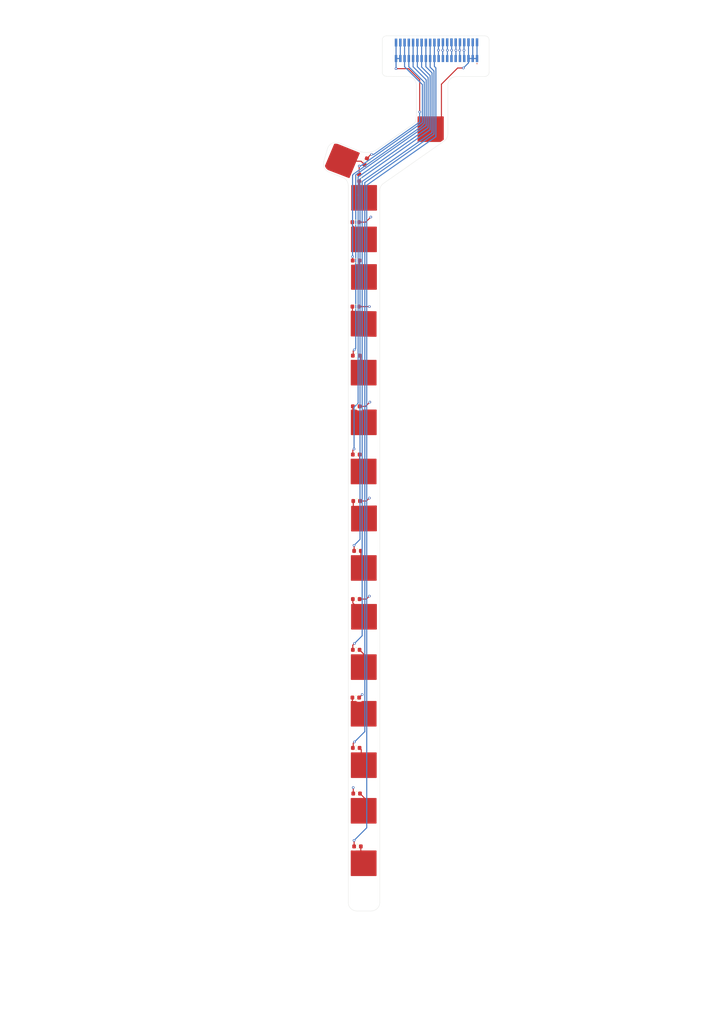
<source format=kicad_pcb>
(kicad_pcb
	(version 20240108)
	(generator "pcbnew")
	(generator_version "8.0")
	(general
		(thickness 1.6)
		(legacy_teardrops no)
	)
	(paper "A3")
	(layers
		(0 "F.Cu" signal)
		(1 "In1.Cu" signal)
		(2 "In2.Cu" signal)
		(31 "B.Cu" signal)
		(32 "B.Adhes" user "B.Adhesive")
		(33 "F.Adhes" user "F.Adhesive")
		(34 "B.Paste" user)
		(35 "F.Paste" user)
		(36 "B.SilkS" user "B.Silkscreen")
		(37 "F.SilkS" user "F.Silkscreen")
		(38 "B.Mask" user)
		(39 "F.Mask" user)
		(40 "Dwgs.User" user "User.Drawings")
		(41 "Cmts.User" user "User.Comments")
		(42 "Eco1.User" user "User.Eco1")
		(43 "Eco2.User" user "User.Eco2")
		(44 "Edge.Cuts" user)
		(45 "Margin" user)
		(46 "B.CrtYd" user "B.Courtyard")
		(47 "F.CrtYd" user "F.Courtyard")
		(48 "B.Fab" user)
		(49 "F.Fab" user)
		(50 "User.1" user)
		(51 "User.2" user)
		(52 "User.3" user)
		(53 "User.4" user)
		(54 "User.5" user)
		(55 "User.6" user)
		(56 "User.7" user)
		(57 "User.8" user)
		(58 "User.9" user)
	)
	(setup
		(stackup
			(layer "F.SilkS"
				(type "Top Silk Screen")
			)
			(layer "F.Paste"
				(type "Top Solder Paste")
			)
			(layer "F.Mask"
				(type "Top Solder Mask")
				(thickness 0.01)
			)
			(layer "F.Cu"
				(type "copper")
				(thickness 0.035)
			)
			(layer "dielectric 1"
				(type "prepreg")
				(thickness 0.1)
				(material "FR4")
				(epsilon_r 4.5)
				(loss_tangent 0.02)
			)
			(layer "In1.Cu"
				(type "copper")
				(thickness 0.035)
			)
			(layer "dielectric 2"
				(type "core")
				(thickness 1.24)
				(material "FR4")
				(epsilon_r 4.5)
				(loss_tangent 0.02)
			)
			(layer "In2.Cu"
				(type "copper")
				(thickness 0.035)
			)
			(layer "dielectric 3"
				(type "prepreg")
				(thickness 0.1)
				(material "FR4")
				(epsilon_r 4.5)
				(loss_tangent 0.02)
			)
			(layer "B.Cu"
				(type "copper")
				(thickness 0.035)
			)
			(layer "B.Mask"
				(type "Bottom Solder Mask")
				(thickness 0.01)
			)
			(layer "B.Paste"
				(type "Bottom Solder Paste")
			)
			(layer "B.SilkS"
				(type "Bottom Silk Screen")
			)
			(copper_finish "None")
			(dielectric_constraints no)
		)
		(pad_to_mask_clearance 0)
		(allow_soldermask_bridges_in_footprints no)
		(pcbplotparams
			(layerselection 0x00010fc_ffffffff)
			(plot_on_all_layers_selection 0x0000000_00000000)
			(disableapertmacros no)
			(usegerberextensions no)
			(usegerberattributes yes)
			(usegerberadvancedattributes yes)
			(creategerberjobfile no)
			(dashed_line_dash_ratio 12.000000)
			(dashed_line_gap_ratio 3.000000)
			(svgprecision 4)
			(plotframeref no)
			(viasonmask no)
			(mode 1)
			(useauxorigin yes)
			(hpglpennumber 1)
			(hpglpenspeed 20)
			(hpglpendiameter 15.000000)
			(pdf_front_fp_property_popups yes)
			(pdf_back_fp_property_popups yes)
			(dxfpolygonmode yes)
			(dxfimperialunits yes)
			(dxfusepcbnewfont yes)
			(psnegative no)
			(psa4output no)
			(plotreference no)
			(plotvalue no)
			(plotfptext no)
			(plotinvisibletext no)
			(sketchpadsonfab no)
			(subtractmaskfromsilk yes)
			(outputformat 1)
			(mirror no)
			(drillshape 0)
			(scaleselection 1)
			(outputdirectory "gerber/")
		)
	)
	(net 0 "")
	(net 1 "/V1")
	(net 2 "/V2")
	(net 3 "/V3")
	(net 4 "/V4")
	(net 5 "/V5")
	(net 6 "/V6")
	(net 7 "/V7")
	(net 8 "/V8")
	(net 9 "/V9")
	(net 10 "/V10")
	(net 11 "/V11")
	(net 12 "/V12")
	(net 13 "/V13")
	(net 14 "/V14")
	(net 15 "/V15")
	(net 16 "Net-(J17-Pin_1)")
	(net 17 "VBUS")
	(net 18 "GND")
	(net 19 "Net-(J16-Pin_1)")
	(net 20 "Net-(J15-Pin_1)")
	(net 21 "Net-(J14-Pin_1)")
	(net 22 "Net-(J13-Pin_1)")
	(net 23 "Net-(J12-Pin_1)")
	(net 24 "Net-(J11-Pin_1)")
	(net 25 "Net-(J10-Pin_1)")
	(net 26 "Net-(J9-Pin_1)")
	(net 27 "Net-(J8-Pin_1)")
	(net 28 "Net-(J7-Pin_1)")
	(net 29 "Net-(J6-Pin_1)")
	(net 30 "Net-(J5-Pin_1)")
	(net 31 "Net-(J4-Pin_1)")
	(net 32 "Net-(J3-Pin_1)")
	(net 33 "Net-(J2-Pin_1)")
	(footprint "Fuse:Fuse_0603_1608Metric" (layer "F.Cu") (at 198.1 148.9 180))
	(footprint "Fuse:Fuse_0603_1608Metric" (layer "F.Cu") (at 198.3 229.9))
	(footprint "Fuse:Fuse_0603_1608Metric" (layer "F.Cu") (at 197.9 103.3 180))
	(footprint "VTSENS:Baby_ST_Bond_Pad" (layer "F.Cu") (at 199.75 198.6 90))
	(footprint "VTSENS:Baby_ST_Bond_Pad" (layer "F.Cu") (at 199.75 87.35 90))
	(footprint "VTSENS:Baby_ST_Bond_Pad" (layer "F.Cu") (at 199.75 107.1 90))
	(footprint "Fuse:Fuse_0603_1608Metric" (layer "F.Cu") (at 198.7 73.1 -90))
	(footprint "VTSENS:Baby_ST_Bond_Pad" (layer "F.Cu") (at 199.75 221.85 -90))
	(footprint "VTSENS:Baby_ST_Bond_Pad" (layer "F.Cu") (at 199.95 95.942699 90))
	(footprint "VTSENS:Baby_ST_Bond_Pad" (layer "F.Cu") (at 199.776785 210.6 90))
	(footprint "Fuse:Fuse_0603_1608Metric" (layer "F.Cu") (at 198 171.9 180))
	(footprint "Fuse:Fuse_0603_1608Metric" (layer "F.Cu") (at 198.3 160.6))
	(footprint "Fuse:Fuse_0603_1608Metric" (layer "F.Cu") (at 197.9 83.5 180))
	(footprint "VTSENS:Baby_ST_Bond_Pad" (layer "F.Cu") (at 199.776785 187.657301 90))
	(footprint "VTSENS:Baby_ST_Bond_Pad" (layer "F.Cu") (at 215.8 62 90))
	(footprint "Fuse:Fuse_0603_1608Metric" (layer "F.Cu") (at 197.9 195 180))
	(footprint "VTSENS:Baby_ST_Bond_Pad" (layer "F.Cu") (at 194.5 69.2 -22.5))
	(footprint "Fuse:Fuse_0603_1608Metric" (layer "F.Cu") (at 200.25 69.3 -110))
	(footprint "Fuse:Fuse_0603_1608Metric" (layer "F.Cu") (at 198 183.8))
	(footprint "Fuse:Fuse_0603_1608Metric" (layer "F.Cu") (at 198 206.8))
	(footprint "Fuse:Fuse_0603_1608Metric" (layer "F.Cu") (at 197.975 92.5))
	(footprint "Fuse:Fuse_0603_1608Metric" (layer "F.Cu") (at 198 138))
	(footprint "VTSENS:Baby_ST_Bond_Pad" (layer "F.Cu") (at 199.75 141.6 90))
	(footprint "VTSENS:Baby_ST_Bond_Pad" (layer "F.Cu") (at 199.75 153.1 -90))
	(footprint "VTSENS:Baby_ST_Bond_Pad" (layer "F.Cu") (at 199.75 233.6 -90))
	(footprint "VTSENS:Baby_ST_Bond_Pad" (layer "F.Cu") (at 199.75 175.85 -90))
	(footprint "Fuse:Fuse_0603_1608Metric" (layer "F.Cu") (at 198 126.7 180))
	(footprint "VTSENS:Baby_ST_Bond_Pad" (layer "F.Cu") (at 199.75 118.6 90))
	(footprint "Fuse:Fuse_0603_1608Metric" (layer "F.Cu") (at 198 114.8))
	(footprint "VTSENS:Baby_ST_Bond_Pad" (layer "F.Cu") (at 199.776785 164.407301 90))
	(footprint "VTSENS:Baby_ST_Bond_Pad" (layer "F.Cu") (at 199.75 130.6 -90))
	(footprint "Fuse:Fuse_0603_1608Metric" (layer "F.Cu") (at 198.1 217.5))
	(footprint "VTSENS:Baby_ST_Bond_Pad" (layer "F.Cu") (at 200 78.1 90))
	(footprint "FPC:526102072" (layer "B.Cu") (at 216.85 44.3 180))
	(gr_line
		(start 229.2 40.803673)
		(end 229.2 48.3)
		(stroke
			(width 0.05)
			(type default)
		)
		(layer "Edge.Cuts")
		(uuid "0c3a8ab2-7e75-42d2-b164-ad685089c946")
	)
	(gr_arc
		(start 191.280846 66.23386)
		(mid 192.32697 64.998891)
		(end 193.944481 64.942474)
		(stroke
			(width 0.05)
			(type default)
		)
		(layer "Edge.Cuts")
		(uuid "10f9bb30-f390-4bca-87cc-c309a3b49011")
	)
	(gr_line
		(start 205.1 39.800054)
		(end 228.2 39.800054)
		(stroke
			(width 0.05)
			(type default)
		)
		(layer "Edge.Cuts")
		(uuid "16b4808f-509a-4301-b9f5-d6b5aa1d61bd")
	)
	(gr_arc
		(start 203.529941 76.076143)
		(mid 203.755923 75.152653)
		(end 204.382788 74.437844)
		(stroke
			(width 0.05)
			(type default)
		)
		(layer "Edge.Cuts")
		(uuid "1a0944c0-d98a-4bcf-9c0c-f97317397c2d")
	)
	(gr_line
		(start 198.639921 66.82723)
		(end 193.944477 64.942485)
		(stroke
			(width 0.05)
			(type default)
		)
		(layer "Edge.Cuts")
		(uuid "1a3faf27-3f01-4645-a6dd-df4dbe0e6b91")
	)
	(gr_line
		(start 203.529941 76.076143)
		(end 203.529941 243.035014)
		(stroke
			(width 0.05)
			(type default)
		)
		(layer "Edge.Cuts")
		(uuid "223ae23d-fed2-44a0-ac0c-59e9220eff32")
	)
	(gr_line
		(start 212.103406 58.956943)
		(end 212.103406 51.350274)
		(stroke
			(width 0.05)
			(type default)
		)
		(layer "Edge.Cuts")
		(uuid "225b2130-0a0c-4014-9028-17bac7829ad9")
	)
	(gr_arc
		(start 203.0802 66.316193)
		(mid 200.9248 67.134215)
		(end 198.639921 66.82723)
		(stroke
			(width 0.05)
			(type default)
		)
		(layer "Edge.Cuts")
		(uuid "22cbaac1-8499-4598-bb83-d24087f11cd3")
	)
	(gr_line
		(start 218.650559 64.447444)
		(end 204.382788 74.437844)
		(stroke
			(width 0.05)
			(type default)
		)
		(layer "Edge.Cuts")
		(uuid "35271b94-7235-4f02-b81a-99ade4f90566")
	)
	(gr_arc
		(start 205.107084 49.292902)
		(mid 204.4 49)
		(end 204.107111 48.292902)
		(stroke
			(width 0.05)
			(type default)
		)
		(layer "Edge.Cuts")
		(uuid "48b97b31-a070-473d-bbd4-38646e865acf")
	)
	(gr_arc
		(start 228.192855 39.801765)
		(mid 228.905702 40.098128)
		(end 229.198272 40.812541)
		(stroke
			(width 0.05)
			(type default)
		)
		(layer "Edge.Cuts")
		(uuid "505fa6dc-19bc-4da9-bb9d-917add817e2f")
	)
	(gr_line
		(start 204.107111 48.292902)
		(end 204.107176 40.800054)
		(stroke
			(width 0.05)
			(type default)
		)
		(layer "Edge.Cuts")
		(uuid "518d22fd-8d55-459e-a696-b21469a40ae0")
	)
	(gr_arc
		(start 229.200625 48.299993)
		(mid 228.892062 49.043394)
		(end 228.14782 49.349925)
		(stroke
			(width 0.05)
			(type default)
		)
		(layer "Edge.Cuts")
		(uuid "70907e19-7e8f-47a9-8543-f2ee9730fb06")
	)
	(gr_arc
		(start 212.103406 58.956943)
		(mid 211.87743 59.880443)
		(end 211.250559 60.595248)
		(stroke
			(width 0.05)
			(type default)
		)
		(layer "Edge.Cuts")
		(uuid "74d998d2-5d53-48e6-a766-531d71c1368c")
	)
	(gr_arc
		(start 219.503406 51.350274)
		(mid 220.089183 49.93605)
		(end 221.503406 49.350274)
		(stroke
			(width 0.05)
			(type default)
		)
		(layer "Edge.Cuts")
		(uuid "76bebf18-bf11-41ec-bd6b-1fbb3c660362")
	)
	(gr_arc
		(start 191.556678 71.70489)
		(mid 190.502041 70.721335)
		(end 190.383069 69.284155)
		(stroke
			(width 0.05)
			(type default)
		)
		(layer "Edge.Cuts")
		(uuid "8b2382ee-ef13-4846-9616-ff815fe4fde4")
	)
	(gr_line
		(start 190.383069 69.284155)
		(end 191.280846 66.23386)
		(stroke
			(width 0.05)
			(type default)
		)
		(layer "Edge.Cuts")
		(uuid "967219e8-c239-4be8-a9f8-460a8f35cb30")
	)
	(gr_arc
		(start 219.503406 62.809143)
		(mid 219.277423 63.732632)
		(end 218.650559 64.447444)
		(stroke
			(width 0.05)
			(type default)
		)
		(layer "Edge.Cuts")
		(uuid "a2689f82-1c28-4c33-acca-2016fcb18d11")
	)
	(gr_line
		(start 219.503406 51.350274)
		(end 219.503406 62.809143)
		(stroke
			(width 0.05)
			(type default)
		)
		(layer "Edge.Cuts")
		(uuid "a4def3db-73ee-456f-9051-0bacb1fb8633")
	)
	(gr_line
		(start 210.103406 49.350274)
		(end 205.107084 49.292902)
		(stroke
			(width 0.05)
			(type default)
		)
		(layer "Edge.Cuts")
		(uuid "a65305af-8693-4271-8ce8-a484020c652f")
	)
	(gr_arc
		(start 203.529941 243.035014)
		(mid 202.944163 244.449233)
		(end 201.529941 245.035014)
		(stroke
			(width 0.05)
			(type default)
		)
		(layer "Edge.Cuts")
		(uuid "ab997026-521e-488c-9464-752b8e6cfc9e")
	)
	(gr_arc
		(start 204.107176 40.800054)
		(mid 204.397513 40.095458)
		(end 205.1 39.800054)
		(stroke
			(width 0.05)
			(type default)
		)
		(layer "Edge.Cuts")
		(uuid "b117e708-a685-44cf-95aa-5b20bae40410")
	)
	(gr_line
		(start 196.129941 243.035014)
		(end 196.129941 74.892876)
		(stroke
			(width 0.05)
			(type default)
		)
		(layer "Edge.Cuts")
		(uuid "bba9b52d-7d8b-4d2c-9928-143bb3bf5245")
	)
	(gr_line
		(start 194.874948 73.036814)
		(end 191.556678 71.70489)
		(stroke
			(width 0.05)
			(type default)
		)
		(layer "Edge.Cuts")
		(uuid "bc5095cd-ed6b-457e-a3ac-dc0b731f7ded")
	)
	(gr_line
		(start 201.529941 245.035014)
		(end 198.129941 245.035014)
		(stroke
			(width 0.05)
			(type default)
		)
		(layer "Edge.Cuts")
		(uuid "c3e75e2c-65d4-4506-b806-ebaeafaf6c7b")
	)
	(gr_line
		(start 203.0802 66.316193)
		(end 211.250559 60.595248)
		(stroke
			(width 0.05)
			(type default)
		)
		(layer "Edge.Cuts")
		(uuid "c45156c5-6320-4ba9-a81c-c33aeca85dab")
	)
	(gr_arc
		(start 210.103406 49.350274)
		(mid 211.517591 49.936072)
		(end 212.103406 51.350274)
		(stroke
			(width 0.05)
			(type default)
		)
		(layer "Edge.Cuts")
		(uuid "cc5c8947-a412-407a-8c8f-4f2108becc4c")
	)
	(gr_arc
		(start 198.129941 245.035014)
		(mid 196.715762 244.449212)
		(end 196.129941 243.035014)
		(stroke
			(width 0.05)
			(type default)
		)
		(layer "Edge.Cuts")
		(uuid "e1c1652e-91a1-47a9-a4e1-2228355719af")
	)
	(gr_line
		(start 221.49782 49.349925)
		(end 228.14782 49.349925)
		(stroke
			(width 0.05)
			(type default)
		)
		(layer "Edge.Cuts")
		(uuid "ea7611bf-e12f-4739-8b5c-83b090bcc95f")
	)
	(gr_arc
		(start 194.87495 73.036808)
		(mid 195.786756 73.772604)
		(end 196.129941 74.892876)
		(stroke
			(width 0.05)
			(type default)
		)
		(layer "Edge.Cuts")
		(uuid "f5ce9bba-46c6-4549-a5ce-3f68383457b0")
	)
	(gr_curve
		(pts
			(xy 252.531409 236.420838) (xy 252.531684 236.420257) (xy 252.531958 236.419677) (xy 252.532348 236.418325)
		)
		(locked yes)
		(stroke
			(width 0.1)
			(type default)
		)
		(layer "User.2")
		(uuid "00009bff-2b67-4a9f-9429-a1ab792ce7ca")
	)
	(gr_curve
		(pts
			(xy 264.23124 107.926942) (xy 264.244176 107.919503) (xy 264.26491 107.90758) (xy 264.26491 107.90758)
		)
		(locked yes)
		(stroke
			(width 0.1)
			(type default)
		)
		(layer "User.2")
		(uuid "00019bae-e99a-40e3-83f7-926cd4924a0e")
	)
	(gr_line
		(start 246.099016 98.956728)
		(end 246.111058 99.0096)
		(locked yes)
		(stroke
			(width 0.1)
			(type default)
		)
		(layer "User.2")
		(uuid "0003e7b8-c2f7-4379-a378-3535ed705648")
	)
	(gr_curve
		(pts
			(xy 186.039369 110.618633) (xy 186.048583 110.624369) (xy 186.058502 110.628522) (xy 186.068569 110.630858)
		)
		(locked yes)
		(stroke
			(width 0.1)
			(type default)
		)
		(layer "User.2")
		(uuid "00047705-ff1a-479b-8b9a-150e55dd1d89")
	)
	(gr_line
		(start 148.927855 169.780551)
		(end 148.927856 169.780552)
		(locked yes)
		(stroke
			(width 0.1)
			(type default)
		)
		(layer "User.2")
		(uuid "000641b3-3751-454e-be0d-e664fa02e4d5")
	)
	(gr_line
		(start 272.461592 201.93287)
		(end 272.551793 201.985153)
		(locked yes)
		(stroke
			(width 0.1)
			(type default)
		)
		(layer "User.2")
		(uuid "000766f6-9531-4c40-8358-87e8ea4ae622")
	)
	(gr_curve
		(pts
			(xy 166.380842 91.789329) (xy 166.397173 91.83418) (xy 166.437417 91.870326) (xy 166.491845 91.885655)
		)
		(locked yes)
		(stroke
			(width 0.1)
			(type default)
		)
		(layer "User.2")
		(uuid "00077717-591f-4dd1-9759-cac2b89a8fd5")
	)
	(gr_curve
		(pts
			(xy 147.067673 79.763351) (xy 147.060454 79.724734) (xy 147.05213 79.683419) (xy 147.042616 79.639016)
		)
		(locked yes)
		(stroke
			(width 0.1)
			(type default)
		)
		(layer "User.2")
		(uuid "00092ce9-59f9-4671-83b5-87e828cb2ded")
	)
	(gr_curve
		(pts
			(xy 195.113094 107.916891) (xy 195.104087 107.912809) (xy 195.09508 107.908726) (xy 195.084443 107.903915)
		)
		(locked yes)
		(stroke
			(width 0.1)
			(type default)
		)
		(layer "User.2")
		(uuid "000ce51e-9afd-4470-8a3b-3388eed75118")
	)
	(gr_curve
		(pts
			(xy 172.132564 140.915226) (xy 172.112779 140.871696) (xy 172.092488 140.824597) (xy 172.072753 140.776294)
		)
		(locked yes)
		(stroke
			(width 0.1)
			(type default)
		)
		(layer "User.2")
		(uuid "000daad1-354b-4a01-81ec-4050b799c77d")
	)
	(gr_line
		(start 166.899867 98.824783)
		(end 166.899778 98.824569)
		(locked yes)
		(stroke
			(width 0.1)
			(type default)
		)
		(layer "User.2")
		(uuid "001073e5-de51-46b3-9767-0d47ec2bbeae")
	)
	(gr_curve
		(pts
			(xy 188.533138 124.103335) (xy 188.5294 124.112468) (xy 188.52748 124.122148) (xy 188.527484 124.13183)
		)
		(locked yes)
		(stroke
			(width 0.1)
			(type default)
		)
		(layer "User.2")
		(uuid "0010a4c4-862d-42a8-adab-558e1209c8c4")
	)
	(gr_curve
		(pts
			(xy 234.421956 107.843007) (xy 234.438621 107.829452) (xy 234.455227 107.815739) (xy 234.470819 107.801661)
		)
		(locked yes)
		(stroke
			(width 0.1)
			(type default)
		)
		(layer "User.2")
		(uuid "001115d4-3e9c-4bf3-95c1-756a7dfbcc98")
	)
	(gr_curve
		(pts
			(xy 132.108097 67.2425) (xy 132.10936 67.230863) (xy 132.110523 67.219881) (xy 132.111581 67.209626)
		)
		(locked yes)
		(stroke
			(width 0.1)
			(type default)
		)
		(layer "User.2")
		(uuid "00112601-d4f1-4ed7-923b-680ab7214d21")
	)
	(gr_curve
		(pts
			(xy 163.484948 148.650409) (xy 163.899419 149.789159) (xy 163.899419 149.789159) (xy 163.899419 149.789159)
		)
		(locked yes)
		(stroke
			(width 0.1)
			(type default)
		)
		(layer "User.2")
		(uuid "0011bb6b-13fb-4362-adb4-90a55ab0a909")
	)
	(gr_curve
		(pts
			(xy 145.531664 165.209673) (xy 145.592572 165.377016) (xy 145.65348 165.544359) (xy 145.714387 165.711702)
		)
		(locked yes)
		(stroke
			(width 0.1)
			(type default)
		)
		(layer "User.2")
		(uuid "00121ed2-7c9d-4fc0-9cbb-42b0f6e4d54c")
	)
	(gr_curve
		(pts
			(xy 173.652756 98.862929) (xy 173.642607 98.860792) (xy 173.632125 98.860248) (xy 173.62181 98.861322)
		)
		(locked yes)
		(stroke
			(width 0.1)
			(type default)
		)
		(layer "User.2")
		(uuid "0012b10f-6d36-4aed-a691-02d1701c9f73")
	)
	(gr_curve
		(pts
			(xy 193.229714 201.937092) (xy 193.230915 201.931682) (xy 193.232245 201.925851) (xy 193.233576 201.920021)
		)
		(locked yes)
		(stroke
			(width 0.1)
			(type default)
		)
		(layer "User.2")
		(uuid "00176287-7a4e-4177-9d80-8adb91d4a8b9")
	)
	(gr_curve
		(pts
			(xy 246.006998 121.796697) (xy 246.016005 121.777599) (xy 246.024522 121.757649) (xy 246.033037 121.737695)
		)
		(locked yes)
		(stroke
			(width 0.1)
			(type default)
		)
		(layer "User.2")
		(uuid "00198822-4a01-47ed-b58c-167091eb6658")
	)
	(gr_curve
		(pts
			(xy 168.676323 181.264237) (xy 168.675886 181.342897) (xy 168.67545 181.421557) (xy 168.674993 181.500359)
		)
		(locked yes)
		(stroke
			(width 0.1)
			(type default)
		)
		(layer "User.2")
		(uuid "001b8e2b-c086-4d49-bd88-4ea980998d7f")
	)
	(gr_curve
		(pts
			(xy 208.33355 90.429797) (xy 208.327098 90.438537) (xy 208.319102 90.446309) (xy 208.310174 90.452518)
		)
		(locked yes)
		(stroke
			(width 0.1)
			(type default)
		)
		(layer "User.2")
		(uuid "001d20e6-19a7-4592-8b6b-dc795dfbd635")
	)
	(gr_curve
		(pts
			(xy 184.647685 85.141502) (xy 184.641618 85.149285) (xy 184.636931 85.15837) (xy 184.633887 85.168245)
		)
		(locked yes)
		(stroke
			(width 0.1)
			(type default)
		)
		(layer "User.2")
		(uuid "001d2de4-4380-44d1-8b79-6078c9ca10b2")
	)
	(gr_curve
		(pts
			(xy 128.979548 204.589908) (xy 128.97268 204.597396) (xy 128.967282 204.605855) (xy 128.963649 204.614823)
		)
		(locked yes)
		(stroke
			(width 0.1)
			(type default)
		)
		(layer "User.2")
		(uuid "001db3bf-6415-47a9-9a90-221944a55c89")
	)
	(gr_circle
		(center 199.829889 56.700274)
		(end 202.979889 56.700274)
		(locked yes)
		(stroke
			(width 0.1)
			(type default)
		)
		(fill none)
		(layer "User.2")
		(uuid "001dcb3f-ef2b-4990-8509-75bcb2ed1932")
	)
	(gr_line
		(start 144.692349 176.897313)
		(end 144.584631 176.959259)
		(locked yes)
		(stroke
			(width 0.1)
			(type default)
		)
		(layer "User.2")
		(uuid "001e69ad-2616-4114-be7f-556f50773681")
	)
	(gr_curve
		(pts
			(xy 133.988723 70.906102) (xy 134.022681 70.877608) (xy 134.059217 70.846951) (xy 134.097414 70.8149)
		)
		(locked yes)
		(stroke
			(width 0.1)
			(type default)
		)
		(layer "User.2")
		(uuid "001f3030-a910-47e2-8664-dbaef9a1328a")
	)
	(gr_curve
		(pts
			(xy 191.453259 170.522665) (xy 191.450065 170.512736) (xy 191.448437 170.502305) (xy 191.448455 170.491875)
		)
		(locked yes)
		(stroke
			(width 0.1)
			(type default)
		)
		(layer "User.2")
		(uuid "001ff002-97c2-4106-847e-92e9b8a6e0b3")
	)
	(gr_curve
		(pts
			(xy 228.165453 147.251738) (xy 228.165015 147.327229) (xy 228.164559 147.402851) (xy 228.164103 147.478474)
		)
		(locked yes)
		(stroke
			(width 0.1)
			(type default)
		)
		(layer "User.2")
		(uuid "0021e2c9-bfec-4549-bad1-f3a8620e2420")
	)
	(gr_curve
		(pts
			(xy 231.146097 124.869339) (xy 231.126715 124.872805) (xy 231.106836 124.878137) (xy 231.086755 124.88455)
		)
		(locked yes)
		(stroke
			(width 0.1)
			(type default)
		)
		(layer "User.2")
		(uuid "00234422-ab28-4639-ba6d-133e51f8c022")
	)
	(gr_curve
		(pts
			(xy 211.081807 204.699432) (xy 211.081609 204.623809) (xy 211.081411 204.548186) (xy 211.081231 204.472693)
		)
		(locked yes)
		(stroke
			(width 0.1)
			(type default)
		)
		(layer "User.2")
		(uuid "00239c1a-f5f7-4a3b-80c2-554212ee4105")
	)
	(gr_line
		(start 252.531352 236.420889)
		(end 252.531409 236.420838)
		(locked yes)
		(stroke
			(width 0.1)
			(type default)
		)
		(layer "User.2")
		(uuid "00241cba-0713-418c-89ee-b344b8b57188")
	)
	(gr_curve
		(pts
			(xy 273.962735 222.351882) (xy 273.958484 222.342375) (xy 273.955723 222.332209) (xy 273.954582 222.321871)
		)
		(locked yes)
		(stroke
			(width 0.1)
			(type default)
		)
		(layer "User.2")
		(uuid "0027423e-7fa2-4330-9695-6e74fc5f17d6")
	)
	(gr_curve
		(pts
			(xy 191.310448 238.582943) (xy 191.303418 238.575369) (xy 191.294884 238.568827) (xy 191.285326 238.563683)
		)
		(locked yes)
		(stroke
			(width 0.1)
			(type default)
		)
		(layer "User.2")
		(uuid "002a9036-1f17-480b-9dd5-6b2035689de1")
	)
	(gr_curve
		(pts
			(xy 125.397557 128.444366) (xy 125.251483 128.043031) (xy 125.105409 127.641696) (xy 124.959335 127.240361)
		)
		(locked yes)
		(stroke
			(width 0.1)
			(type default)
		)
		(layer "User.2")
		(uuid "002c6d28-a550-40b6-9a3e-f577febc5898")
	)
	(gr_curve
		(pts
			(xy 128.919107 227.542698) (xy 128.91937 227.388218) (xy 128.919633 227.234133) (xy 128.919895 227.080352)
		)
		(locked yes)
		(stroke
			(width 0.1)
			(type default)
		)
		(layer "User.2")
		(uuid "002c8522-975c-4fa8-aff7-05d7aae33a51")
	)
	(gr_curve
		(pts
			(xy 250.932847 113.401785) (xy 250.926752 113.393321) (xy 250.921993 113.383897) (xy 250.918799 113.373968)
		)
		(locked yes)
		(stroke
			(width 0.1)
			(type default)
		)
		(layer "User.2")
		(uuid "002d29ee-0dd2-4602-a730-c39d8371ec02")
	)
	(gr_curve
		(pts
			(xy 148.605111 103.491996) (xy 148.52921 103.283462) (xy 148.45331 103.074928) (xy 148.37741 102.866395)
		)
		(locked yes)
		(stroke
			(width 0.1)
			(type default)
		)
		(layer "User.2")
		(uuid "002d88e7-2ea7-4e7c-923e-b9ee16a864e0")
	)
	(gr_curve
		(pts
			(xy 186.053045 171.039083) (xy 185.996862 171.024389) (xy 185.95661 170.988231) (xy 185.940284 170.943365)
		)
		(locked yes)
		(stroke
			(width 0.1)
			(type default)
		)
		(layer "User.2")
		(uuid "002f5722-df39-48ba-8448-fb9eb9a0dce3")
	)
	(gr_curve
		(pts
			(xy 173.520286 190.399436) (xy 173.52635 190.388973) (xy 173.532913 190.377651) (xy 173.539477 190.366326)
		)
		(locked yes)
		(stroke
			(width 0.1)
			(type default)
		)
		(layer "User.2")
		(uuid "002fcb64-09d2-460a-aac2-b6f09a8020d8")
	)
	(gr_circle
		(center 249.409843 118.050274)
		(end 259.909843 118.050274)
		(locked yes)
		(stroke
			(width 0.1)
			(type default)
		)
		(fill none)
		(layer "User.2")
		(uuid "00369d7f-0bd1-48fa-b358-c4e862161357")
	)
	(gr_line
		(start 224.798757 84.806444)
		(end 224.798773 84.80652)
		(locked yes)
		(stroke
			(width 0.1)
			(type default)
		)
		(layer "User.2")
		(uuid "00379668-1d43-4c72-bf1c-692c9375564c")
	)
	(gr_curve
		(pts
			(xy 168.711845 161.757944) (xy 168.75498 161.742244) (xy 168.778899 161.733538) (xy 168.778905 161.733536)
		)
		(locked yes)
		(stroke
			(width 0.1)
			(type default)
		)
		(layer "User.2")
		(uuid "003b2a46-32ec-47ed-ac1b-10ba68005289")
	)
	(gr_curve
		(pts
			(xy 148.544783 81.383831) (xy 148.546245 81.383504) (xy 148.572269 81.376518) (xy 148.617578 81.364281)
		)
		(locked yes)
		(stroke
			(width 0.1)
			(type default)
		)
		(layer "User.2")
		(uuid "003b614f-72b6-4358-a416-b7778f8b13e2")
	)
	(gr_curve
		(pts
			(xy 225.970693 202.059923) (xy 225.836778 202.136935) (xy 225.703205 202.21375) (xy 225.569895 202.290414)
		)
		(locked yes)
		(stroke
			(width 0.1)
			(type default)
		)
		(layer "User.2")
		(uuid "003dc29d-f15f-49cc-adb5-a124c4661299")
	)
	(gr_curve
		(pts
			(xy 247.820255 226.970472) (xy 247.819059 226.993217) (xy 247.817937 227.015953) (xy 247.816708 227.037962)
		)
		(locked yes)
		(stroke
			(width 0.1)
			(type default)
		)
		(layer "User.2")
		(uuid "00402e2c-3a67-40bb-bfad-8c798adef18b")
	)
	(gr_curve
		(pts
			(xy 274.188842 84.922071) (xy 274.187702 84.911733) (xy 274.188183 84.901227) (xy 274.190259 84.891061)
		)
		(locked yes)
		(stroke
			(width 0.1)
			(type default)
		)
		(layer "User.2")
		(uuid "0040a87e-309a-4000-b684-9516b084b86b")
	)
	(gr_curve
		(pts
			(xy 194.949914 107.687005) (xy 194.948774 107.676668) (xy 194.949254 107.666162) (xy 194.95133 107.655995)
		)
		(locked yes)
		(stroke
			(width 0.1)
			(type default)
		)
		(layer "User.2")
		(uuid "00426dde-375d-43b8-99d8-a6ea389d29e6")
	)
	(gr_curve
		(pts
			(xy 124.907386 211.037391) (xy 124.980898 210.995116) (xy 125.022968 210.970923) (xy 125.022968 210.970923)
		)
		(locked yes)
		(stroke
			(width 0.1)
			(type default)
		)
		(layer "User.2")
		(uuid "004366d3-482e-4d89-9c1a-22c90f92d353")
	)
	(gr_curve
		(pts
			(xy 215.327722 73.743794) (xy 215.321682 73.73599) (xy 215.314259 73.729487) (xy 215.305872 73.72465)
		)
		(locked yes)
		(stroke
			(width 0.1)
			(type default)
		)
		(layer "User.2")
		(uuid "00454525-b814-4168-8785-de358557c22d")
	)
	(gr_curve
		(pts
			(xy 165.283307 141.968633) (xy 165.286429 141.971466) (xy 165.289912 141.974619) (xy 165.293645 141.978041)
		)
		(locked yes)
		(stroke
			(width 0.1)
			(type default)
		)
		(layer "User.2")
		(uuid "0047721b-f0d6-4a5f-8d5c-e867ef861306")
	)
	(gr_line
		(start 208.050412 227.865093)
		(end 208.050278 227.865166)
		(locked yes)
		(stroke
			(width 0.1)
			(type default)
		)
		(layer "User.2")
		(uuid "00492e51-1e68-4b4e-b28c-ba102b77c1f4")
	)
	(gr_curve
		(pts
			(xy 267.550729 216.480913) (xy 267.550721 216.480922) (xy 267.550714 216.480932) (xy 267.550707 216.480942)
		)
		(locked yes)
		(stroke
			(width 0.1)
			(type default)
		)
		(layer "User.2")
		(uuid "004c1ffa-0644-483a-ad9f-9bd4a94507b9")
	)
	(gr_curve
		(pts
			(xy 151.906551 147.583258) (xy 151.912638 147.591654) (xy 151.920042 147.599094) (xy 151.928408 147.605222)
		)
		(locked yes)
		(stroke
			(width 0.1)
			(type default)
		)
		(layer "User.2")
		(uuid "004dffca-f117-4506-8ed1-16ac4821a982")
	)
	(gr_curve
		(pts
			(xy 188.566753 101.100092) (xy 188.566778 101.085393) (xy 188.566804 101.070347) (xy 188.566804 101.070347)
		)
		(locked yes)
		(stroke
			(width 0.1)
			(type default)
		)
		(layer "User.2")
		(uuid "00511cc0-12b1-49ac-9f93-6d99efa60355")
	)
	(gr_arc
		(start 247.859299 204.070507)
		(mid 249.259586 203.903758)
		(end 250.659294 204.07528)
		(locked yes)
		(stroke
			(width 0.1)
			(type default)
		)
		(layer "User.2")
		(uuid "005267c0-4a1e-4c95-9e7a-323f6146a4a9")
	)
	(gr_curve
		(pts
			(xy 214.414308 210.859045) (xy 214.430973 210.84549) (xy 214.447579 210.831777) (xy 214.463171 210.817699)
		)
		(locked yes)
		(stroke
			(width 0.1)
			(type default)
		)
		(layer "User.2")
		(uuid "0053cda4-9b69-4402-a5c9-188eae272d5b")
	)
	(gr_curve
		(pts
			(xy 208.202577 181.849888) (xy 208.198944 181.858856) (xy 208.197078 181.868331) (xy 208.19708 181.877796)
		)
		(locked yes)
		(stroke
			(width 0.1)
			(type default)
		)
		(layer "User.2")
		(uuid "00557eac-7951-484f-bf1c-85b295c243ca")
	)
	(gr_curve
		(pts
			(xy 204.940662 96.283553) (xy 204.944889 96.274083) (xy 204.94763 96.263951) (xy 204.948755 96.253642)
		)
		(locked yes)
		(stroke
			(width 0.1)
			(type default)
		)
		(layer "User.2")
		(uuid "00569870-3a96-4d05-ae47-f709fcb427bc")
	)
	(gr_line
		(start 214.550618 210.800379)
		(end 214.550362 210.80057)
		(locked yes)
		(stroke
			(width 0.1)
			(type default)
		)
		(layer "User.2")
		(uuid "00574acb-c5ac-4aff-a025-22afc93f111e")
	)
	(gr_line
		(start 253.741825 83.700274)
		(end 284.741825 83.700274)
		(locked yes)
		(stroke
			(width 0.1)
			(type default)
		)
		(layer "User.2")
		(uuid "0057c207-d1f0-477e-8f93-9f28d49dcedc")
	)
	(gr_line
		(start 205.801955 99.180702)
		(end 205.801956 99.180702)
		(locked yes)
		(stroke
			(width 0.1)
			(type default)
		)
		(layer "User.2")
		(uuid "0058b1e3-db7b-48b6-a5d8-a59de9dcfbe6")
	)
	(gr_curve
		(pts
			(xy 172.13269 118.015551) (xy 172.112876 117.971964) (xy 172.092559 117.92481) (xy 172.072801 117.876453)
		)
		(locked yes)
		(stroke
			(width 0.1)
			(type default)
		)
		(layer "User.2")
		(uuid "005b8b33-ba7a-41ab-8739-c37045f55f81")
	)
	(gr_curve
		(pts
			(xy 253.321524 190.954377) (xy 253.248157 190.911852) (xy 253.20617 190.887515) (xy 253.20617 190.887515)
		)
		(locked yes)
		(stroke
			(width 0.1)
			(type default)
		)
		(layer "User.2")
		(uuid "005d573a-2c30-49ec-8b40-888669460f97")
	)
	(gr_line
		(start 184.917053 222.245248)
		(end 184.917051 222.245245)
		(locked yes)
		(stroke
			(width 0.1)
			(type default)
		)
		(layer "User.2")
		(uuid "005fd8b8-d910-4702-b3d7-7d1bfad7727a")
	)
	(gr_curve
		(pts
			(xy 213.253175 190.517903) (xy 213.262621 190.524815) (xy 213.271551 190.531313) (xy 213.279903 190.537357)
		)
		(locked yes)
		(stroke
			(width 0.1)
			(type default)
		)
		(layer "User.2")
		(uuid "00648426-eb84-45b2-b71d-23f9473f1609")
	)
	(gr_line
		(start 168.776755 135.111309)
		(end 168.776544 135.235575)
		(locked yes)
		(stroke
			(width 0.1)
			(type default)
		)
		(layer "User.2")
		(uuid "0064884d-ebb0-4084-b7e9-4e4064ef2842")
	)
	(gr_curve
		(pts
			(xy 122.21501 147.944811) (xy 122.229764 147.985345) (xy 122.24553 148.028661) (xy 122.261944 148.073758)
		)
		(locked yes)
		(stroke
			(width 0.1)
			(type default)
		)
		(layer "User.2")
		(uuid "0064cd93-de48-466b-8306-acca51ecb7ab")
	)
	(gr_curve
		(pts
			(xy 193.185479 224.860783) (xy 193.186129 224.857907) (xy 193.18687 224.854512) (xy 193.187692 224.850716)
		)
		(locked yes)
		(stroke
			(width 0.1)
			(type default)
		)
		(layer "User.2")
		(uuid "006864ac-7907-4ea9-9af8-e359fa3cc453")
	)
	(gr_line
		(start 141.616755 62.179118)
		(end 142.116755 61.759556)
		(locked yes)
		(stroke
			(width 0.1)
			(type default)
		)
		(layer "User.2")
		(uuid "00698232-5fb3-4c10-b56f-2ada8caf608e")
	)
	(gr_arc
		(start 225.5363 156.464432)
		(mid 224.6703 155.322376)
		(end 224.118758 153.99948)
		(locked yes)
		(stroke
			(width 0.1)
			(type default)
		)
		(layer "User.2")
		(uuid "006a7ee2-6ac7-415a-be38-113601beb1c9")
	)
	(gr_curve
		(pts
			(xy 144.609829 162.676951) (xy 144.609835 162.676949) (xy 144.633754 162.668243) (xy 144.676889 162.652543)
		)
		(locked yes)
		(stroke
			(width 0.1)
			(type default)
		)
		(layer "User.2")
		(uuid "006e988a-bda2-430d-8afb-8b40213bbabe")
	)
	(gr_curve
		(pts
			(xy 204.339982 142.406054) (xy 204.473293 142.32939) (xy 204.606865 142.252576) (xy 204.74078 142.175564)
		)
		(locked yes)
		(stroke
			(width 0.1)
			(type default)
		)
		(layer "User.2")
		(uuid "006f1979-fe5b-41a6-ae6c-0c2fed931ea3")
	)
	(gr_curve
		(pts
			(xy 267.539098 239.337988) (xy 267.544082 239.345112) (xy 267.551352 239.354026) (xy 267.560384 239.364176)
		)
		(locked yes)
		(stroke
			(width 0.1)
			(type default)
		)
		(layer "User.2")
		(uuid "006fabc8-d18b-4676-b07d-ecfbf5238b06")
	)
	(gr_arc
		(start 234.17328 53.665466)
		(mid 234.905578 52.711749)
		(end 236.052393 52.350295)
		(locked yes)
		(stroke
			(width 0.1)
			(type default)
		)
		(layer "User.2")
		(uuid "0071d826-1f0e-464c-8d5d-356452f15e5c")
	)
	(gr_line
		(start 206.316753 144.729955)
		(end 206.402124 144.723274)
		(locked yes)
		(stroke
			(width 0.1)
			(type default)
		)
		(layer "User.2")
		(uuid "0071e877-0439-4e85-8aea-148e9ba21c96")
	)
	(gr_curve
		(pts
			(xy 194.866467 245.227558) (xy 194.860517 245.219928) (xy 194.853245 245.213574) (xy 194.845047 245.208843)
		)
		(locked yes)
		(stroke
			(width 0.1)
			(type default)
		)
		(layer "User.2")
		(uuid "0071ebb2-d707-462f-bed6-f3c6d67c9b7c")
	)
	(gr_curve
		(pts
			(xy 264.117952 153.771702) (xy 264.114868 153.781384) (xy 264.113359 153.791855) (xy 264.113507 153.802543)
		)
		(locked yes)
		(stroke
			(width 0.1)
			(type default)
		)
		(layer "User.2")
		(uuid "00730f46-4feb-47bf-a18b-6cc13cb38d91")
	)
	(gr_line
		(start 189.157113 153.369504)
		(end 189.244877 153.610633)
		(locked yes)
		(stroke
			(width 0.1)
			(type default)
		)
		(layer "User.2")
		(uuid "0073abbc-5df5-4f28-a8a2-bf4991fc6a7e")
	)
	(gr_curve
		(pts
			(xy 254.950091 188.502124) (xy 254.956159 188.491649) (xy 254.961728 188.482043) (xy 254.966374 188.474034)
		)
		(locked yes)
		(stroke
			(width 0.1)
			(type default)
		)
		(layer "User.2")
		(uuid "0074b6cf-8bc2-44ad-a867-a170317101b1")
	)
	(gr_arc
		(start 228.032744 238.386753)
		(mid 229.43303 238.220022)
		(end 230.83274 238.391527)
		(locked yes)
		(stroke
			(width 0.1)
			(type default)
		)
		(layer "User.2")
		(uuid "0075acdf-ad5e-4782-81eb-0ca9665b41a2")
	)
	(gr_curve
		(pts
			(xy 144.890515 121.160159) (xy 144.953452 121.333076) (xy 145.016389 121.505993) (xy 145.079326 121.67891)
		)
		(locked yes)
		(stroke
			(width 0.1)
			(type default)
		)
		(layer "User.2")
		(uuid "00763c2a-4bec-427f-9f0f-c803a1d4bde3")
	)
	(gr_curve
		(pts
			(xy 127.013268 88.545399) (xy 127.160882 88.950964) (xy 127.308496 89.356529) (xy 127.456109 89.762095)
		)
		(locked yes)
		(stroke
			(width 0.1)
			(type default)
		)
		(layer "User.2")
		(uuid "007c79bd-3158-4a63-a548-ba65ec4df34b")
	)
	(gr_arc
		(start 214.805783 118.124142)
		(mid 214.77879 118.634522)
		(end 214.69984 119.139482)
		(locked yes)
		(stroke
			(width 0.1)
			(type default)
		)
		(layer "User.2")
		(uuid "00826d6d-b6f1-4034-86cf-f124020f3ce4")
	)
	(gr_arc
		(start 149.463742 238.352633)
		(mid 150.565462 238.311848)
		(end 151.654208 238.485301)
		(locked yes)
		(stroke
			(width 0.1)
			(type default)
		)
		(layer "User.2")
		(uuid "008513f9-4611-4824-a116-ec235d00ad38")
	)
	(gr_curve
		(pts
			(xy 272.684298 110.477695) (xy 272.687908 110.485568) (xy 272.691132 110.490654) (xy 272.69404 110.492767)
		)
		(locked yes)
		(stroke
			(width 0.1)
			(type default)
		)
		(layer "User.2")
		(uuid "0086ab2b-37d3-4614-aaa0-04253d1d55b8")
	)
	(gr_line
		(start 127.037993 236.034981)
		(end 127.037992 236.034981)
		(locked yes)
		(stroke
			(width 0.1)
			(type default)
		)
		(layer "User.2")
		(uuid "0087fc8b-43d6-499e-8a5d-534f837a33dd")
	)
	(gr_curve
		(pts
			(xy 225.884933 224.88949) (xy 225.900874 224.877914) (xy 225.918074 224.865297) (xy 225.936105 224.85205)
		)
		(locked yes)
		(stroke
			(width 0.1)
			(type default)
		)
		(layer "User.2")
		(uuid "008a327e-67e8-4d68-bcee-3e3ee13ddcdc")
	)
	(gr_curve
		(pts
			(xy 250.78991 158.515018) (xy 250.780352 158.509874) (xy 250.769775 158.506131) (xy 250.758774 158.503999)
		)
		(locked yes)
		(stroke
			(width 0.1)
			(type default)
		)
		(layer "User.2")
		(uuid "008e6011-f095-4e09-8337-7d52628f24a6")
	)
	(gr_arc
		(start 153.583056 224.802119)
		(mid 150.253579 226.064213)
		(end 146.928445 224.790682)
		(locked yes)
		(stroke
			(width 0.1)
			(type default)
		)
		(layer "User.2")
		(uuid "008f69b1-e231-40fc-a41c-1b5215f98cf2")
	)
	(gr_curve
		(pts
			(xy 245.967955 144.696664) (xy 245.976962 144.677566) (xy 245.985479 144.657616) (xy 245.993993 144.637662)
		)
		(locked yes)
		(stroke
			(width 0.1)
			(type default)
		)
		(layer "User.2")
		(uuid "009179fe-f92e-4a93-81ad-599a3a10a89c")
	)
	(gr_line
		(start 232.833518 201.987537)
		(end 232.83352 201.987528)
		(locked yes)
		(stroke
			(width 0.1)
			(type default)
		)
		(layer "User.2")
		(uuid "0092053e-0dda-4431-944c-43da42c4bf59")
	)
	(gr_curve
		(pts
			(xy 272.449413 224.979483) (xy 272.466865 224.979514) (xy 272.484287 224.984214) (xy 272.499386 224.992965)
		)
		(locked yes)
		(stroke
			(width 0.1)
			(type default)
		)
		(layer "User.2")
		(uuid "00966453-8635-45d7-8e03-aae6acda7ba6")
	)
	(gr_curve
		(pts
			(xy 145.531664 119.409673) (xy 145.592572 119.577016) (xy 145.65348 119.744359) (xy 145.714387 119.911702)
		)
		(locked yes)
		(stroke
			(width 0.1)
			(type default)
		)
		(layer "User.2")
		(uuid "0096a0e9-16f4-4805-90a7-68ab9e18e20b")
	)
	(gr_curve
		(pts
			(xy 163.484948 102.850409) (xy 163.899419 103.989159) (xy 163.899419 103.989159) (xy 163.899419 103.989159)
		)
		(locked yes)
		(stroke
			(width 0.1)
			(type default)
		)
		(layer "User.2")
		(uuid "00970e4f-3a6c-403d-afe1-680bb8e2acb4")
	)
	(gr_curve
		(pts
			(xy 141.821396 227.227823) (xy 141.83781 227.27292) (xy 141.854873 227.319799) (xy 141.872166 227.367311)
		)
		(locked yes)
		(stroke
			(width 0.1)
			(type default)
		)
		(layer "User.2")
		(uuid "00988473-e330-4f99-9901-16874fec99a4")
	)
	(gr_curve
		(pts
			(xy 267.726892 147.847129) (xy 267.706905 147.840666) (xy 267.687111 147.835272) (xy 267.667804 147.831726)
		)
		(locked yes)
		(stroke
			(width 0.1)
			(type default)
		)
		(layer "User.2")
		(uuid "0098db86-e64a-45cf-9178-f2a9c1e445ed")
	)
	(gr_arc
		(start 153.622042 201.902204)
		(mid 153.653013 201.883455)
		(end 153.688628 201.876963)
		(locked yes)
		(stroke
			(width 0.1)
			(type default)
		)
		(layer "User.2")
		(uuid "00998481-0d84-42f1-bdf4-09b170f1d189")
	)
	(gr_curve
		(pts
			(xy 132.079059 95.326665) (xy 132.116652 95.409156) (xy 132.153735 95.482765) (xy 132.190978 95.549089)
		)
		(locked yes)
		(stroke
			(width 0.1)
			(type default)
		)
		(layer "User.2")
		(uuid "0099a84c-7909-4c0b-ba16-4fa55c2e127d")
	)
	(gr_curve
		(pts
			(xy 181.421396 158.527823) (xy 181.43781 158.57292) (xy 181.454873 158.619799) (xy 181.472166 158.667311)
		)
		(locked yes)
		(stroke
			(width 0.1)
			(type default)
		)
		(layer "User.2")
		(uuid "009da224-3946-4a69-b69b-460bffd053bd")
	)
	(gr_curve
		(pts
			(xy 136.398896 68.231024) (xy 136.196418 68.400923) (xy 135.99394 68.570822) (xy 135.791462 68.740721)
		)
		(locked yes)
		(stroke
			(width 0.1)
			(type default)
		)
		(layer "User.2")
		(uuid "00a4b130-06e8-45a3-adb9-4861c58a8a48")
	)
	(gr_curve
		(pts
			(xy 211.190411 158.910775) (xy 211.18108 158.905559) (xy 211.170737 158.90167) (xy 211.159945 158.899323)
		)
		(locked yes)
		(stroke
			(width 0.1)
			(type default)
		)
		(layer "User.2")
		(uuid "00a65d1c-68d1-4481-bbe9-a87463286a12")
	)
	(gr_curve
		(pts
			(xy 128.484771 182.726416) (xy 128.40887 182.517882) (xy 128.33297 182.309348) (xy 128.25707 182.100814)
		)
		(locked yes)
		(stroke
			(width 0.1)
			(type default)
		)
		(layer "User.2")
		(uuid "00a69a38-7606-4a05-91b3-379ca3cd67d9")
	)
	(gr_curve
		(pts
			(xy 247.993746 113.193528) (xy 247.995087 113.207053) (xy 247.996677 113.222985) (xy 247.998477 113.240154)
		)
		(locked yes)
		(stroke
			(width 0.1)
			(type default)
		)
		(layer "User.2")
		(uuid "00a7acc6-2790-4f74-af20-6627778a8085")
	)
	(gr_curve
		(pts
			(xy 214.701413 96.274209) (xy 214.711723 96.264892) (xy 214.722034 96.255575) (xy 214.728404 96.249646)
		)
		(locked yes)
		(stroke
			(width 0.1)
			(type default)
		)
		(layer "User.2")
		(uuid "00a81824-7fc1-4cf6-bb79-8e617eff931e")
	)
	(gr_line
		(start 168.616213 159.112836)
		(end 168.616444 159.112865)
		(locked yes)
		(stroke
			(width 0.1)
			(type default)
		)
		(layer "User.2")
		(uuid "00a85d32-c6fa-4271-926f-d23981065081")
	)
	(gr_curve
		(pts
			(xy 264.112419 199.602595) (xy 264.10171 199.60732) (xy 264.091618 199.611804) (xy 264.082207 199.616015)
		)
		(locked yes)
		(stroke
			(width 0.1)
			(type default)
		)
		(layer "User.2")
		(uuid "00a86ca5-8e38-4503-a44e-ad9f075f6de1")
	)
	(gr_curve
		(pts
			(xy 270.532377 238.63848) (xy 270.532232 238.72328) (xy 270.532149 238.77181) (xy 270.532149 238.77181)
		)
		(locked yes)
		(stroke
			(width 0.1)
			(type default)
		)
		(layer "User.2")
		(uuid "00a88285-927f-4e11-9232-1c2ac9dec13e")
	)
	(gr_arc
		(start 229.563367 161.774367)
		(mid 220.304201 152.483572)
		(end 229.594993 143.224404)
		(locked yes)
		(stroke
			(width 0.1)
			(type default)
		)
		(layer "User.2")
		(uuid "00ab9c61-4c45-47e9-8eeb-d47472ddb155")
	)
	(gr_curve
		(pts
			(xy 146.838132 201.770818) (xy 146.844771 201.782362) (xy 146.851407 201.793901) (xy 146.857523 201.804536)
		)
		(locked yes)
		(stroke
			(width 0.1)
			(type default)
		)
		(layer "User.2")
		(uuid "00af09db-70f3-4e3f-a59e-83b46c72f15e")
	)
	(gr_curve
		(pts
			(xy 224.649025 176.412961) (xy 224.651191 176.414962) (xy 224.653761 176.417301) (xy 224.656637 176.419911)
		)
		(locked yes)
		(stroke
			(width 0.1)
			(type default)
		)
		(layer "User.2")
		(uuid "00b0e0c2-7f5e-4ab0-9326-ee04f91b571e")
	)
	(gr_curve
		(pts
			(xy 151.153555 221.368606) (xy 151.20799 221.383937) (xy 151.276614 221.378446) (xy 151.338975 221.355748)
		)
		(locked yes)
		(stroke
			(width 0.1)
			(type default)
		)
		(layer "User.2")
		(uuid "00b1d6dc-0283-44a5-9db1-546956fda209")
	)
	(gr_arc
		(start 161.624846 147.515834)
		(mid 159.547263 139.124334)
		(end 164.305449 131.906767)
		(locked yes)
		(stroke
			(width 0.1)
			(type default)
		)
		(layer "User.2")
		(uuid "00b36ba0-4052-44f3-b6c3-eb977317a458")
	)
	(gr_curve
		(pts
			(xy 252.899442 121.833259) (xy 252.912525 121.842953) (xy 252.925329 121.85245) (xy 252.937642 121.861543)
		)
		(locked yes)
		(stroke
			(width 0.1)
			(type default)
		)
		(layer "User.2")
		(uuid "00b3ca6f-54b2-4ede-b34a-ed0e975ba7d5")
	)
	(gr_arc
		(start 151.865385 101.871066)
		(mid 154.391114 103.642804)
		(end 155.357375 106.572768)
		(locked yes)
		(stroke
			(width 0.1)
			(type default)
		)
		(layer "User.2")
		(uuid "00b3d73b-c991-4c4a-8c45-54452e1bdea2")
	)
	(gr_curve
		(pts
			(xy 188.908301 43.513684) (xy 188.90335 43.509995) (xy 188.898188 43.50637) (xy 188.892848 43.502831)
		)
		(locked yes)
		(stroke
			(width 0.1)
			(type default)
		)
		(layer "User.2")
		(uuid "00b70656-4fc8-4685-8dcc-474705a54c35")
	)
	(gr_line
		(start 153.457382 96.130566)
		(end 153.457788 96.215588)
		(locked yes)
		(stroke
			(width 0.1)
			(type default)
		)
		(layer "User.2")
		(uuid "00b7dc5f-f3b7-4836-ad7c-90cfebbf023c")
	)
	(gr_curve
		(pts
			(xy 189.192772 171.489046) (xy 189.255709 171.661963) (xy 189.318646 171.83488) (xy 189.381582 172.007797)
		)
		(locked yes)
		(stroke
			(width 0.1)
			(type default)
		)
		(layer "User.2")
		(uuid "00b9e501-2776-4e73-a119-971b6ddf7343")
	)
	(gr_curve
		(pts
			(xy 132.639809 209.83992) (xy 132.649147 209.887323) (xy 132.634878 209.943318) (xy 132.597038 209.992235)
		)
		(locked yes)
		(stroke
			(width 0.1)
			(type default)
		)
		(layer "User.2")
		(uuid "00bdaa48-88e5-4d50-b282-8cd2dc88f621")
	)
	(gr_curve
		(pts
			(xy 171.568547 227.808418) (xy 171.564533 227.809705) (xy 171.560061 227.811145) (xy 171.555231 227.812667)
		)
		(locked yes)
		(stroke
			(width 0.1)
			(type default)
		)
		(layer "User.2")
		(uuid "00bdcd4a-c9c8-4163-bff7-691d59e558e3")
	)
	(gr_curve
		(pts
			(xy 145.691476 121.898878) (xy 145.652662 121.792237) (xy 145.613848 121.685596) (xy 145.575033 121.578954)
		)
		(locked yes)
		(stroke
			(width 0.1)
			(type default)
		)
		(layer "User.2")
		(uuid "00bf2f83-94a7-45d1-9752-dd3e53826823")
	)
	(gr_curve
		(pts
			(xy 146.775466 190.065089) (xy 146.627852 189.659523) (xy 146.480238 189.253958) (xy 146.332625 188.848392)
		)
		(locked yes)
		(stroke
			(width 0.1)
			(type default)
		)
		(layer "User.2")
		(uuid "00c064a5-fe93-4d05-a24d-4f7a5ea765fa")
	)
	(gr_curve
		(pts
			(xy 149.592772 125.689046) (xy 149.655709 125.861963) (xy 149.718646 126.03488) (xy 149.781582 126.207797)
		)
		(locked yes)
		(stroke
			(width 0.1)
			(type default)
		)
		(layer "User.2")
		(uuid "00c19ce6-d4a4-420e-bf13-3555745f75e3")
	)
	(gr_curve
		(pts
			(xy 208.08958 204.965085) (xy 208.089539 204.965099) (xy 208.089497 204.965112) (xy 208.089456 204.965126)
		)
		(locked yes)
		(stroke
			(width 0.1)
			(type default)
		)
		(layer "User.2")
		(uuid "00c27ff4-2bc4-4874-bebb-028d5ae18b29")
	)
	(gr_curve
		(pts
			(xy 151.995057 124.719494) (xy 151.98516 124.716203) (xy 151.975783 124.711353) (xy 151.967379 124.705176)
		)
		(locked yes)
		(stroke
			(width 0.1)
			(type default)
		)
		(layer "User.2")
		(uuid "00c2a864-ee85-4a25-8a37-83cf894b811a")
	)
	(gr_line
		(start 194.80367 222.262258)
		(end 194.803644 222.262131)
		(locked yes)
		(stroke
			(width 0.1)
			(type default)
		)
		(layer "User.2")
		(uuid "00c37aba-5edc-40c6-9ad6-575a773e3282")
	)
	(gr_arc
		(start 130.452174 181.017873)
		(mid 131.192043 181.061592)
		(end 131.919863 181.201571)
		(locked yes)
		(stroke
			(width 0.1)
			(type default)
		)
		(layer "User.2")
		(uuid "00c7ef8d-2d92-4ee1-9467-34d74d791f22")
	)
	(gr_line
		(start 233.778301 179.474072)
		(end 233.885811 179.536388)
		(locked yes)
		(stroke
			(width 0.1)
			(type default)
		)
		(layer "User.2")
		(uuid "00c9365e-4d8f-4ca8-922d-9846802c1324")
	)
	(gr_curve
		(pts
			(xy 151.829904 216.321614) (xy 151.827089 216.322489) (xy 151.823778 216.323545) (xy 151.820079 216.324731)
		)
		(locked yes)
		(stroke
			(width 0.1)
			(type default)
		)
		(layer "User.2")
		(uuid "00ca5c23-6417-4a06-b7ef-3870218e5c88")
	)
	(gr_curve
		(pts
			(xy 129.255424 66.468116) (xy 129.243318 66.468098) (xy 129.232215 66.468078) (xy 129.222956 66.468059)
		)
		(locked yes)
		(stroke
			(width 0.1)
			(type default)
		)
		(layer "User.2")
		(uuid "00ccb849-b8c5-4a28-8377-a560690184c9")
	)
	(gr_arc
		(start 166.031902 76.308418)
		(mid 165.187357 75.179104)
		(end 164.636031 73.881167)
		(locked yes)
		(stroke
			(width 0.1)
			(type default)
		)
		(layer "User.2")
		(uuid "00cd5f22-f537-48e3-be66-5bba6fd6f1a9")
	)
	(gr_line
		(start 215.459193 142.581311)
		(end 215.545155 142.631138)
		(locked yes)
		(stroke
			(width 0.1)
			(type default)
		)
		(layer "User.2")
		(uuid "00cee612-d788-4675-a472-2e4088cfd1e6")
	)
	(gr_curve
		(pts
			(xy 208.14178 227.161623) (xy 208.134724 227.169173) (xy 208.12917 227.177756) (xy 208.125433 227.186889)
		)
		(locked yes)
		(stroke
			(width 0.1)
			(type default)
		)
		(layer "User.2")
		(uuid "00d3f239-e67d-4165-93eb-05bf40d00e8a")
	)
	(gr_curve
		(pts
			(xy 148.670006 123.153766) (xy 148.829981 123.593294) (xy 148.989956 124.032822) (xy 149.149931 124.47235)
		)
		(locked yes)
		(stroke
			(width 0.1)
			(type default)
		)
		(layer "User.2")
		(uuid "00d4ac6a-7ace-4d61-b1c4-c1bfe7c714a5")
	)
	(gr_curve
		(pts
			(xy 144.419753 185.054723) (xy 144.403994 185.011406) (xy 144.412148 184.959388) (xy 144.444377 184.913724)
		)
		(locked yes)
		(stroke
			(width 0.1)
			(type default)
		)
		(layer "User.2")
		(uuid "00d5727a-f8c5-46d0-a144-c18a17d3e345")
	)
	(gr_curve
		(pts
			(xy 154.266503 225.064628) (xy 154.275736 225.058923) (xy 154.284266 225.051635) (xy 154.291613 225.043173)
		)
		(locked yes)
		(stroke
			(width 0.1)
			(type default)
		)
		(layer "User.2")
		(uuid "00d5907d-39a1-4670-92e6-61e1edbc2c64")
	)
	(gr_curve
		(pts
			(xy 148.912389 150.136237) (xy 148.809963 149.854823) (xy 148.707537 149.57341) (xy 148.605111 149.291996)
		)
		(locked yes)
		(stroke
			(width 0.1)
			(type default)
		)
		(layer "User.2")
		(uuid "00d8fb95-5365-423c-a8f6-fbc8c3aba56a")
	)
	(gr_curve
		(pts
			(xy 168.912667 197.460518) (xy 168.919222 197.461095) (xy 168.925791 197.461672) (xy 168.932371 197.462249)
		)
		(locked yes)
		(stroke
			(width 0.1)
			(type default)
		)
		(layer "User.2")
		(uuid "00dbc4ce-0c60-4879-a1b8-55275245d12f")
	)
	(gr_curve
		(pts
			(xy 144.029906 160.874974) (xy 144.062139 160.829304) (xy 144.118453 160.78999) (xy 144.180814 160.767293)
		)
		(locked yes)
		(stroke
			(width 0.1)
			(type default)
		)
		(layer "User.2")
		(uuid "00dd086e-2718-41ee-be65-faab4c6f7844")
	)
	(gr_curve
		(pts
			(xy 165.36281 110.430406) (xy 165.330347 110.341217) (xy 165.297885 110.252027) (xy 165.265422 110.162837)
		)
		(locked yes)
		(stroke
			(width 0.1)
			(type default)
		)
		(layer "User.2")
		(uuid "00de71b1-2328-45b7-a0b6-a02d8b7ccccb")
	)
	(gr_curve
		(pts
			(xy 132.124778 136.141035) (xy 132.120763 136.142322) (xy 132.116292 136.143763) (xy 132.111462 136.145284)
		)
		(locked yes)
		(stroke
			(width 0.1)
			(type default)
		)
		(layer "User.2")
		(uuid "00deb0aa-7619-448e-9657-47c9f41d2f02")
	)
	(gr_arc
		(start 141.245192 119.685353)
		(mid 137.589337 126.186243)
		(end 130.587536 128.755569)
		(locked yes)
		(stroke
			(width 0.1)
			(type default)
		)
		(layer "User.2")
		(uuid "00e12beb-8d2b-4d2a-ac08-9597b22a83e8")
	)
	(gr_curve
		(pts
			(xy 188.418449 192.519155) (xy 188.413453 192.519142) (xy 188.410873 192.519134) (xy 188.410904 192.519133)
		)
		(locked yes)
		(stroke
			(width 0.1)
			(type default)
		)
		(layer "User.2")
		(uuid "00e4b65c-fa99-425f-8490-12a0e0ee2cb3")
	)
	(gr_curve
		(pts
			(xy 227.989543 193.564114) (xy 227.976319 193.559843) (xy 227.963094 193.555573) (xy 227.954775 193.553021)
		)
		(locked yes)
		(stroke
			(width 0.1)
			(type default)
		)
		(layer "User.2")
		(uuid "00e6a037-e0e2-428e-8420-02c0e4a5a8af")
	)
	(gr_curve
		(pts
			(xy 211.333048 113.334527) (xy 211.339135 113.342923) (xy 211.346539 113.350363) (xy 211.354905 113.356491)
		)
		(locked yes)
		(stroke
			(width 0.1)
			(type default)
		)
		(layer "User.2")
		(uuid "00e77201-52b0-48f2-8195-b77f54168326")
	)
	(gr_curve
		(pts
			(xy 213.801444 76.320167) (xy 213.80981 76.32504) (xy 213.819142 76.328248) (xy 213.828916 76.329611)
		)
		(locked yes)
		(stroke
			(width 0.1)
			(type default)
		)
		(layer "User.2")
		(uuid "00e85ff3-baec-400f-85c9-37312099d2ad")
	)
	(gr_curve
		(pts
			(xy 235.306867 131.171677) (xy 235.309376 131.167357) (xy 235.310674 131.165126) (xy 235.310659 131.165154)
		)
		(locked yes)
		(stroke
			(width 0.1)
			(type default)
		)
		(layer "User.2")
		(uuid "00e8fe73-8463-4e6e-a537-abeb5099e60f")
	)
	(gr_curve
		(pts
			(xy 146.621341 224.800328) (xy 146.628744 224.808524) (xy 146.63726 224.815566) (xy 146.646426 224.821069)
		)
		(locked yes)
		(stroke
			(width 0.1)
			(type default)
		)
		(layer "User.2")
		(uuid "00e9a536-58d2-4604-98a3-cbe05bf1aa98")
	)
	(gr_curve
		(pts
			(xy 122.684857 170.673801) (xy 122.670374 170.634011) (xy 122.656868 170.596901) (xy 122.644219 170.562148)
		)
		(locked yes)
		(stroke
			(width 0.1)
			(type default)
		)
		(layer "User.2")
		(uuid "00ea81e8-3f12-475f-b0b6-34bb63fa76eb")
	)
	(gr_curve
		(pts
			(xy 224.596096 107.904253) (xy 224.593012 107.913934) (xy 224.591503 107.924405) (xy 224.591651 107.935094)
		)
		(locked yes)
		(stroke
			(width 0.1)
			(type default)
		)
		(layer "User.2")
		(uuid "00ea9f30-b5dc-4ee7-9d58-be94515182bc")
	)
	(gr_curve
		(pts
			(xy 186.375466 167.165089) (xy 186.227852 166.759523) (xy 186.080238 166.353958) (xy 185.932625 165.948392)
		)
		(locked yes)
		(stroke
			(width 0.1)
			(type default)
		)
		(layer "User.2")
		(uuid "00eb6543-b874-4a65-9745-0d2484f3dab8")
	)
	(gr_curve
		(pts
			(xy 146.250376 239.396344) (xy 146.267429 239.443199) (xy 146.283742 239.488018) (xy 146.298903 239.529672)
		)
		(locked yes)
		(stroke
			(width 0.1)
			(type default)
		)
		(layer "User.2")
		(uuid "00ee58f2-8159-4f0b-9792-c3ef66801f91")
	)
	(gr_curve
		(pts
			(xy 148.702127 216.313849) (xy 148.702085 216.313863) (xy 148.702044 216.313876) (xy 148.702002 216.31389)
		)
		(locked yes)
		(stroke
			(width 0.1)
			(type default)
		)
		(layer "User.2")
		(uuid "00f251fb-bfac-4567-a0e1-4d1599ce534f")
	)
	(gr_curve
		(pts
			(xy 264.190505 153.802662) (xy 264.179797 153.807387) (xy 264.169704 153.811871) (xy 264.160294 153.816082)
		)
		(locked yes)
		(stroke
			(width 0.1)
			(type default)
		)
		(layer "User.2")
		(uuid "00f2e717-55ee-4398-a616-7c4643fc47d2")
	)
	(gr_curve
		(pts
			(xy 129.094968 181.035481) (xy 129.093739 181.057491) (xy 129.092404 181.07877) (xy 129.090784 181.098653)
		)
		(locked yes)
		(stroke
			(width 0.1)
			(type default)
		)
		(layer "User.2")
		(uuid "00f5bf9e-47cb-45d0-b080-0208916bc7c7")
	)
	(gr_curve
		(pts
			(xy 252.764481 167.708868) (xy 252.755473 167.703726) (xy 252.74566 167.699998) (xy 252.735511 167.697861)
		)
		(locked yes)
		(stroke
			(width 0.1)
			(type default)
		)
		(layer "User.2")
		(uuid "00f5edff-c162-4661-be1d-412ecf5b8d4c")
	)
	(gr_line
		(start 145.636336 84.706252)
		(end 145.470457 84.824429)
		(locked yes)
		(stroke
			(width 0.1)
			(type default)
		)
		(layer "User.2")
		(uuid "00f677e9-921a-454a-9eb8-778be568b665")
	)
	(gr_curve
		(pts
			(xy 243.73655 165.579439) (xy 243.718062 165.591444) (xy 243.698892 165.603719) (xy 243.67975 165.616062)
		)
		(locked yes)
		(stroke
			(width 0.1)
			(type default)
		)
		(layer "User.2")
		(uuid "00f758c9-5c63-47f6-b70a-4bb9364d0afc")
	)
	(gr_curve
		(pts
			(xy 193.425974 247.800858) (xy 193.435157 247.795386) (xy 193.443696 247.788373) (xy 193.451125 247.780201)
		)
		(locked yes)
		(stroke
			(width 0.1)
			(type default)
		)
		(layer "User.2")
		(uuid "00fb71b8-8e38-4585-b735-16dd129077d7")
	)
	(gr_curve
		(pts
			(xy 171.695502 159.105401) (xy 171.692687 159.106276) (xy 171.689376 159.107332) (xy 171.685677 159.108518)
		)
		(locked yes)
		(stroke
			(width 0.1)
			(type default)
		)
		(layer "User.2")
		(uuid "00fbbe49-1fdc-4cef-98cd-15136dea3e26")
	)
	(gr_arc
		(start 267.881175 78.84609)
		(mid 269.305147 78.650487)
		(end 270.728441 78.850944)
		(locked yes)
		(stroke
			(width 0.1)
			(type default)
		)
		(layer "User.2")
		(uuid "00fc0c91-f3e0-4082-aba4-a0f61772a5c3")
	)
	(gr_curve
		(pts
			(xy 168.761041 90.319359) (xy 168.766026 90.326484) (xy 168.773296 90.335397) (xy 168.782327 90.345548)
		)
		(locked yes)
		(stroke
			(width 0.1)
			(type default)
		)
		(layer "User.2")
		(uuid "00fc2ea1-544e-4705-9cc1-bea64abcd83d")
	)
	(gr_curve
		(pts
			(xy 149.137232 129.107236) (xy 149.191667 129.122567) (xy 149.260291 129.117075) (xy 149.322653 129.094378)
		)
		(locked yes)
		(stroke
			(width 0.1)
			(type default)
		)
		(layer "User.2")
		(uuid "010011a2-b90f-4f46-980d-06ff1050f5bf")
	)
	(gr_curve
		(pts
			(xy 185.202195 84.84998) (xy 185.189082 84.847224) (xy 185.177857 84.845354) (xy 185.169234 84.844544)
		)
		(locked yes)
		(stroke
			(width 0.1)
			(type default)
		)
		(layer "User.2")
		(uuid "01014f14-e36e-4fd3-892f-9a6d02d22cf3")
	)
	(gr_curve
		(pts
			(xy 124.959335 218.840361) (xy 124.94178 218.792128) (xy 124.924582 218.744877) (xy 124.907606 218.698237)
		)
		(locked yes)
		(stroke
			(width 0.1)
			(type default)
		)
		(layer "User.2")
		(uuid "0103c664-a84f-40f4-a1c3-8ec594df3cfb")
	)
	(gr_line
		(start 224.845893 70.636952)
		(end 226.588503 70.636952)
		(locked yes)
		(stroke
			(width 0.1)
			(type default)
		)
		(layer "User.2")
		(uuid "0106e9a2-adac-41cd-8981-647ae18b3969")
	)
	(gr_line
		(start 188.433013 238.194967)
		(end 188.432802 238.319236)
		(locked yes)
		(stroke
			(width 0.1)
			(type default)
		)
		(layer "User.2")
		(uuid "0107558d-a9d8-4532-b91f-6cffd54b3e31")
	)
	(gr_curve
		(pts
			(xy 213.025872 236.294955) (xy 213.030513 236.286947) (xy 213.036076 236.277349) (xy 213.042141 236.266886)
		)
		(locked yes)
		(stroke
			(width 0.1)
			(type default)
		)
		(layer "User.2")
		(uuid "010a6647-9c8d-40d0-8f8c-7d6aa5f13191")
	)
	(gr_curve
		(pts
			(xy 129.19241 67.242931) (xy 129.192673 67.088451) (xy 129.192936 66.934366) (xy 129.193198 66.780585)
		)
		(locked yes)
		(stroke
			(width 0.1)
			(type default)
		)
		(layer "User.2")
		(uuid "010a94e7-e2d3-4db9-917e-e269c946cb0b")
	)
	(gr_curve
		(pts
			(xy 183.631653 183.774338) (xy 183.597673 183.820643) (xy 183.58952 183.872676) (xy 183.605292 183.916)
		)
		(locked yes)
		(stroke
			(width 0.1)
			(type default)
		)
		(layer "User.2")
		(uuid "010acc69-337c-4a89-8f0a-615974b7dd90")
	)
	(gr_curve
		(pts
			(xy 152.00007 78.240982) (xy 151.996363 78.231836) (xy 151.990839 78.223234) (xy 151.983809 78.21566)
		)
		(locked yes)
		(stroke
			(width 0.1)
			(type default)
		)
		(layer "User.2")
		(uuid "010ae57d-4416-4166-a515-693557dfc54d")
	)
	(gr_curve
		(pts
			(xy 211.192307 181.392051) (xy 211.1886 181.382905) (xy 211.183076 181.374304) (xy 211.176046 181.36673)
		)
		(locked yes)
		(stroke
			(width 0.1)
			(type default)
		)
		(layer "User.2")
		(uuid "010afa1c-f713-4982-8a85-a7dc9e5d60b1")
	)
	(gr_curve
		(pts
			(xy 253.480405 191.03773) (xy 253.482907 191.033405) (xy 253.486619 191.026994) (xy 253.491259 191.018981)
		)
		(locked yes)
		(stroke
			(width 0.1)
			(type default)
		)
		(layer "User.2")
		(uuid "010d085b-61ea-4fa0-a781-132d44e2734c")
	)
	(gr_line
		(start 181.694586 182.26801)
		(end 181.523895 181.709435)
		(locked yes)
		(stroke
			(width 0.1)
			(type default)
		)
		(layer "User.2")
		(uuid "010de39d-fd3b-4b8e-8db1-8e820d09a917")
	)
	(gr_curve
		(pts
			(xy 147.255391 122.683672) (xy 147.095416 122.244144) (xy 146.935441 121.804616) (xy 146.775466 121.365089)
		)
		(locked yes)
		(stroke
			(width 0.1)
			(type default)
		)
		(layer "User.2")
		(uuid "0111e725-9243-4191-8a70-d861eac783eb")
	)
	(gr_curve
		(pts
			(xy 264.253808 85.126788) (xy 264.247435 85.129651) (xy 264.241783 85.13218) (xy 264.23613 85.134709)
		)
		(locked yes)
		(stroke
			(width 0.1)
			(type default)
		)
		(layer "User.2")
		(uuid "0114451d-1ca5-4e54-80ec-dcfe1967112c")
	)
	(gr_curve
		(pts
			(xy 184.474384 199.622267) (xy 184.465981 199.627075) (xy 184.458536 199.633553) (xy 184.452469 199.641336)
		)
		(locked yes)
		(stroke
			(width 0.1)
			(type default)
		)
		(layer "User.2")
		(uuid "01166c23-6f28-45e7-a0ef-01b581a23cc3")
	)
	(gr_line
		(start 130.332016 111.98684)
		(end 130.377182 112.105799)
		(locked yes)
		(stroke
			(width 0.1)
			(type default)
		)
		(layer "User.2")
		(uuid "011b3e6b-b825-46cb-932c-8b0698b16270")
	)
	(gr_curve
		(pts
			(xy 167.85707 159.200814) (xy 167.796162 159.033471) (xy 167.735254 158.866128) (xy 167.674347 158.698785)
		)
		(locked yes)
		(stroke
			(width 0.1)
			(type default)
		)
		(layer "User.2")
		(uuid "011b7ebf-babf-449d-987c-8a360885ae4f")
	)
	(gr_curve
		(pts
			(xy 125.465634 233.5939) (xy 125.465419 233.593992) (xy 125.465218 233.594091) (xy 125.465031 233.594197)
		)
		(locked yes)
		(stroke
			(width 0.1)
			(type default)
		)
		(layer "User.2")
		(uuid "011fb166-3a2e-40e7-8ea5-578a29b22905")
	)
	(gr_curve
		(pts
			(xy 270.520678 193.468903) (xy 270.522263 193.454878) (xy 270.523761 193.441387) (xy 270.525139 193.428677)
		)
		(locked yes)
		(stroke
			(width 0.1)
			(type default)
		)
		(layer "User.2")
		(uuid "0120a4d0-560f-472f-b659-07c29c80621f")
	)
	(gr_curve
		(pts
			(xy 171.652302 113.25056) (xy 171.640208 113.25054) (xy 171.627122 113.250517) (xy 171.614031 113.250495)
		)
		(locked yes)
		(stroke
			(width 0.1)
			(type default)
		)
		(layer "User.2")
		(uuid "01215deb-f635-4b7e-a6be-aab9c568a178")
	)
	(gr_curve
		(pts
			(xy 233.111627 87.478948) (xy 233.115796 87.491683) (xy 233.119789 87.502339) (xy 233.123399 87.510212)
		)
		(locked yes)
		(stroke
			(width 0.1)
			(type default)
		)
		(layer "User.2")
		(uuid "0121c2ba-fedf-4e55-b9bd-946f4258b15e")
	)
	(gr_curve
		(pts
			(xy 224.592255 130.759393) (xy 224.605191 130.751954) (xy 224.625924 130.740031) (xy 224.625924 130.740031)
		)
		(locked yes)
		(stroke
			(width 0.1)
			(type default)
		)
		(layer "User.2")
		(uuid "012338f4-90fa-4a03-b430-11e6b3acec71")
	)
	(gr_curve
		(pts
			(xy 164.62212 188.215669) (xy 164.622444 188.226519) (xy 164.624491 188.23755) (xy 164.628145 188.248143)
		)
		(locked yes)
		(stroke
			(width 0.1)
			(type default)
		)
		(layer "User.2")
		(uuid "01274895-5680-4b15-96c7-bfb380a81164")
	)
	(gr_curve
		(pts
			(xy 154.227459 247.964595) (xy 154.236693 247.95889) (xy 154.245223 247.951601) (xy 154.25257 247.94314)
		)
		(locked yes)
		(stroke
			(width 0.1)
			(type default)
		)
		(layer "User.2")
		(uuid "0127af26-1772-4070-8150-4eefe73606e6")
	)
	(gr_curve
		(pts
			(xy 151.042551 175.47228) (xy 151.058882 175.517132) (xy 151.099126 175.553277) (xy 151.153555 175.568606)
		)
		(locked yes)
		(stroke
			(width 0.1)
			(type default)
		)
		(layer "User.2")
		(uuid "01284270-2509-43d0-808e-ffa26a7c4c36")
	)
	(gr_curve
		(pts
			(xy 245.711487 190.573243) (xy 245.727428 190.561668) (xy 245.744629 190.54905) (xy 245.76266 190.535804)
		)
		(locked yes)
		(stroke
			(width 0.1)
			(type default)
		)
		(layer "User.2")
		(uuid "01285e6e-8500-41c4-bfb3-f61959ce0ed7")
	)
	(gr_curve
		(pts
			(xy 150.167108 79.410028) (xy 150.129656 79.454432) (xy 150.066812 79.490461) (xy 150.00994 79.50588)
		)
		(locked yes)
		(stroke
			(width 0.1)
			(type default)
		)
		(layer "User.2")
		(uuid "01296f1d-8436-4eaf-8d30-a9a09e422366")
	)
	(gr_curve
		(pts
			(xy 250.954205 89.754884) (xy 250.954061 89.839684) (xy 250.953978 89.888214) (xy 250.953978 89.888214)
		)
		(locked yes)
		(stroke
			(width 0.1)
			(type default)
		)
		(layer "User.2")
		(uuid "012ab81e-391f-4be5-84ca-dd82a57569c3")
	)
	(gr_curve
		(pts
			(xy 191.112391 221.101254) (xy 191.099614 221.066148) (xy 191.085863 221.028368) (xy 191.071006 220.987549)
		)
		(locked yes)
		(stroke
			(width 0.1)
			(type default)
		)
		(layer "User.2")
		(uuid "012abbf1-5e57-4aad-b21b-13f20e55716b")
	)
	(gr_curve
		(pts
			(xy 171.559104 204.119685) (xy 171.558959 204.204486) (xy 171.558876 204.253016) (xy 171.558876 204.253016)
		)
		(locked yes)
		(stroke
			(width 0.1)
			(type default)
		)
		(layer "User.2")
		(uuid "01315616-8808-4f69-9997-eebd75de2362")
	)
	(gr_curve
		(pts
			(xy 205.393844 236.737043) (xy 205.398457 236.745071) (xy 205.402146 236.751496) (xy 205.404633 236.755829)
		)
		(locked yes)
		(stroke
			(width 0.1)
			(type default)
		)
		(layer "User.2")
		(uuid "01337608-94d4-4c83-8851-8c872983c3b1")
	)
	(gr_curve
		(pts
			(xy 175.067549 142.033154) (xy 175.063297 142.023648) (xy 175.060536 142.013481) (xy 175.059396 142.003143)
		)
		(locked yes)
		(stroke
			(width 0.1)
			(type default)
		)
		(layer "User.2")
		(uuid "013385ed-0ead-4909-89f8-5ba0572efb75")
	)
	(gr_curve
		(pts
			(xy 233.111606 87.478984) (xy 233.116248 87.470976) (xy 233.121811 87.461378) (xy 233.127876 87.450915)
		)
		(locked yes)
		(stroke
			(width 0.1)
			(type default)
		)
		(layer "User.2")
		(uuid "01364b3f-adb5-4a9c-8437-06cad7d473bd")
	)
	(gr_curve
		(pts
			(xy 143.214944 93.656564) (xy 143.465879 94.346002) (xy 143.716814 95.035441) (xy 143.967749 95.724879)
		)
		(locked yes)
		(stroke
			(width 0.1)
			(type default)
		)
		(layer "User.2")
		(uuid "013783ba-ebe6-4c29-b02b-3822ef15a7ab")
	)
	(gr_curve
		(pts
			(xy 162.38256 79.342237) (xy 162.365266 79.294724) (xy 162.348204 79.247845) (xy 162.33179 79.202748)
		)
		(locked yes)
		(stroke
			(width 0.1)
			(type default)
		)
		(layer "User.2")
		(uuid "01379cce-9762-4921-bc1b-77e8c62e9c86")
	)
	(gr_curve
		(pts
			(xy 167.516628 152.017641) (xy 167.461981 152.03753) (xy 167.400848 152.059781) (xy 167.363509 152.073371)
		)
		(locked yes)
		(stroke
			(width 0.1)
			(type default)
		)
		(layer "User.2")
		(uuid "01387147-ec7d-4566-a826-7982cfd3a53a")
	)
	(gr_line
		(start 274.034127 176.490727)
		(end 274.034094 176.490748)
		(locked yes)
		(stroke
			(width 0.1)
			(type default)
		)
		(layer "User.2")
		(uuid "0138a158-bbfe-47c1-a54f-9bdd750f3434")
	)
	(gr_curve
		(pts
			(xy 228.267004 100.986952) (xy 228.253903 100.986943) (xy 228.240803 100.986928) (xy 228.228697 100.98691)
		)
		(locked yes)
		(stroke
			(width 0.1)
			(type default)
		)
		(layer "User.2")
		(uuid "0139202f-6e6a-4ed1-80b1-06ebd55496e3")
	)
	(gr_line
		(start 225.899313 179.135426)
		(end 225.899442 179.135292)
		(locked yes)
		(stroke
			(width 0.1)
			(type default)
		)
		(layer "User.2")
		(uuid "013aacc0-cc4a-4def-a727-ec370e52f19a")
	)
	(gr_curve
		(pts
			(xy 127.227571 114.66346) (xy 127.259413 114.616732) (xy 127.267007 114.563174) (xy 127.250688 114.518319)
		)
		(locked yes)
		(stroke
			(width 0.1)
			(type default)
		)
		(layer "User.2")
		(uuid "013d832d-761b-4484-a0b7-46fc28138f00")
	)
	(gr_arc
		(start 155.31227 107.760257)
		(mid 154.783229 109.071786)
		(end 153.908133 110.182736)
		(locked yes)
		(stroke
			(width 0.1)
			(type default)
		)
		(layer "User.2")
		(uuid "0140c7a0-f3b3-4bbe-8fa7-c521b77d4021")
	)
	(gr_curve
		(pts
			(xy 123.27251 195.188365) (xy 123.126436 194.78703) (xy 122.980362 194.385695) (xy 122.834288 193.98436)
		)
		(locked yes)
		(stroke
			(width 0.1)
			(type default)
		)
		(layer "User.2")
		(uuid "014358ad-1f9f-4939-995b-59559dce4c6f")
	)
	(gr_line
		(start 127.075507 121.741195)
		(end 127.075506 121.741194)
		(locked yes)
		(stroke
			(width 0.1)
			(type default)
		)
		(layer "User.2")
		(uuid "0144bf4a-01b2-4c10-bc73-270384d706b2")
	)
	(gr_curve
		(pts
			(xy 188.432802 238.319236) (xy 188.431606 238.341981) (xy 188.430483 238.364717) (xy 188.429255 238.386726)
		)
		(locked yes)
		(stroke
			(width 0.1)
			(type default)
		)
		(layer "User.2")
		(uuid "01450da5-a532-47ba-b43b-6d821beba17a")
	)
	(gr_arc
		(start 225.405232 110.759696)
		(mid 224.560687 109.630382)
		(end 224.009379 108.332436)
		(locked yes)
		(stroke
			(width 0.1)
			(type default)
		)
		(layer "User.2")
		(uuid "01452ee9-28d9-4d98-bbd6-a9defaaff646")
	)
	(gr_curve
		(pts
			(xy 127.609725 151.750747) (xy 127.624198 151.802148) (xy 127.640459 151.855887) (xy 127.657889 151.90998)
		)
		(locked yes)
		(stroke
			(width 0.1)
			(type default)
		)
		(layer "User.2")
		(uuid "0146ee70-de47-4b7a-bcee-b2a22f7ea6f5")
	)
	(gr_line
		(start 224.035283 222.589749)
		(end 223.814127 222.832289)
		(locked yes)
		(stroke
			(width 0.1)
			(type default)
		)
		(layer "User.2")
		(uuid "0148c842-71f6-46b8-8d1b-8b857570265d")
	)
	(gr_curve
		(pts
			(xy 273.987978 199.501748) (xy 273.977514 199.478102) (xy 273.966589 199.452636) (xy 273.955318 199.427584)
		)
		(locked yes)
		(stroke
			(width 0.1)
			(type default)
		)
		(layer "User.2")
		(uuid "014a9f38-b7ba-4876-91dc-abbd3b4d27f7")
	)
	(gr_curve
		(pts
			(xy 172.239809 118.23992) (xy 172.249147 118.287323) (xy 172.234878 118.343318) (xy 172.197038 118.392235)
		)
		(locked yes)
		(stroke
			(width 0.1)
			(type default)
		)
		(layer "User.2")
		(uuid "014ad89a-0f06-4838-a636-efe88ce4dc73")
	)
	(gr_curve
		(pts
			(xy 184.362789 199.79314) (xy 184.346342 199.804428) (xy 184.32854 199.816164) (xy 184.310053 199.828169)
		)
		(locked yes)
		(stroke
			(width 0.1)
			(type default)
		)
		(layer "User.2")
		(uuid "014b89e6-a3fd-4eaa-854e-45df7b3f3c57")
	)
	(gr_curve
		(pts
			(xy 206.170387 167.685352) (xy 206.17997 167.684014) (xy 206.189108 167.680894) (xy 206.197304 167.676159)
		)
		(locked yes)
		(stroke
			(width 0.1)
			(type default)
		)
		(layer "User.2")
		(uuid "014c3df5-a6f9-484b-b6b8-426ebd2478d4")
	)
	(gr_curve
		(pts
			(xy 213.245262 167.688177) (xy 213.232351 167.680694) (xy 213.211659 167.6687) (xy 213.211659 167.6687)
		)
		(locked yes)
		(stroke
			(width 0.1)
			(type default)
		)
		(layer "User.2")
		(uuid "014e6e9b-7979-49d8-8128-f30f6c32d191")
	)
	(gr_line
		(start 169.950936 203.648781)
		(end 169.965309 203.69602)
		(locked yes)
		(stroke
			(width 0.1)
			(type default)
		)
		(layer "User.2")
		(uuid "015156ec-37a8-468e-9111-1d996d5dae9b")
	)
	(gr_line
		(start 144.689634 161.514669)
		(end 144.780103 161.891529)
		(locked yes)
		(stroke
			(width 0.1)
			(type default)
		)
		(layer "User.2")
		(uuid "015457a7-7820-4b49-ae8b-523bcda97c99")
	)
	(gr_line
		(start 213.884555 236.826519)
		(end 213.798592 236.776693)
		(locked yes)
		(stroke
			(width 0.1)
			(type default)
		)
		(layer "User.2")
		(uuid "0157aeb3-c528-4b0b-87be-7df18e575780")
	)
	(gr_curve
		(pts
			(xy 164.54715 96.694455) (xy 164.547136 96.694428) (xy 164.548425 96.696663) (xy 164.550919 96.700992)
		)
		(locked yes)
		(stroke
			(width 0.1)
			(type default)
		)
		(layer "User.2")
		(uuid "0159bef0-8fec-4e74-ba9f-173f888a66dd")
	)
	(gr_curve
		(pts
			(xy 151.489281 221.246412) (xy 151.521122 221.199683) (xy 151.528717 221.146126) (xy 151.512397 221.10127)
		)
		(locked yes)
		(stroke
			(width 0.1)
			(type default)
		)
		(layer "User.2")
		(uuid "015ac511-825b-424f-8337-aa194d225904")
	)
	(gr_curve
		(pts
			(xy 254.376411 73.438275) (xy 254.375271 73.427937) (xy 254.375751 73.417432) (xy 254.377827 73.407265)
		)
		(locked yes)
		(stroke
			(width 0.1)
			(type default)
		)
		(layer "User.2")
		(uuid "015b54c1-e562-406f-a7b8-48a33adda541")
	)
	(gr_line
		(start 207.241085 105.67131)
		(end 207.095156 105.666298)
		(locked yes)
		(stroke
			(width 0.1)
			(type default)
		)
		(layer "User.2")
		(uuid "015bccd9-85f5-48fe-bdc0-dab524379d94")
	)
	(gr_curve
		(pts
			(xy 127.280326 98.788309) (xy 127.291595 98.792601) (xy 127.302069 98.79894) (xy 127.311073 98.806913)
		)
		(locked yes)
		(stroke
			(width 0.1)
			(type default)
		)
		(layer "User.2")
		(uuid "015e2ddf-3cad-40af-a27a-999503f9a5f7")
	)
	(gr_curve
		(pts
			(xy 128.484771 159.826416) (xy 128.40887 159.617882) (xy 128.33297 159.409348) (xy 128.25707 159.200814)
		)
		(locked yes)
		(stroke
			(width 0.1)
			(type default)
		)
		(layer "User.2")
		(uuid "01635302-0ca5-4270-a815-fab991f7f8c1")
	)
	(gr_curve
		(pts
			(xy 146.674356 103.161221) (xy 146.685412 103.191596) (xy 146.707434 103.217979) (xy 146.737946 103.236412)
		)
		(locked yes)
		(stroke
			(width 0.1)
			(type default)
		)
		(layer "User.2")
		(uuid "0163bead-d53d-47cd-b90b-00aa4078adfe")
	)
	(gr_line
		(start 273.208459 156.545711)
		(end 273.208458 156.54571)
		(locked yes)
		(stroke
			(width 0.1)
			(type default)
		)
		(layer "User.2")
		(uuid "0164bfe7-3d5a-4dd2-abf3-5371bb1836a1")
	)
	(gr_curve
		(pts
			(xy 191.44777 147.717001) (xy 191.427689 147.723414) (xy 191.407411 147.730899) (xy 191.387241 147.738515)
		)
		(locked yes)
		(stroke
			(width 0.1)
			(type default)
		)
		(layer "User.2")
		(uuid "0167ac88-0e53-47f5-bf17-8b928ad03fd6")
	)
	(gr_curve
		(pts
			(xy 144.336793 114.66489) (xy 144.319818 114.61825) (xy 144.30262 114.570999) (xy 144.285064 114.522767)
		)
		(locked yes)
		(stroke
			(width 0.1)
			(type default)
		)
		(layer "User.2")
		(uuid "016859a7-57bb-43c5-b7c4-444f1f7c23c3")
	)
	(gr_curve
		(pts
			(xy 125.183623 152.218491) (xy 125.20687 152.28236) (xy 125.230116 152.346229) (xy 125.253363 152.410098)
		)
		(locked yes)
		(stroke
			(width 0.1)
			(type default)
		)
		(layer "User.2")
		(uuid "01698402-7d55-43d1-8a50-9cbac3f8cebd")
	)
	(gr_curve
		(pts
			(xy 254.092337 165.126628) (xy 254.109003 165.113073) (xy 254.125609 165.09936) (xy 254.1412 165.085282)
		)
		(locked yes)
		(stroke
			(width 0.1)
			(type default)
		)
		(layer "User.2")
		(uuid "0169b627-bc1d-4f0b-8ed8-8bef3bab3abb")
	)
	(gr_curve
		(pts
			(xy 145.624552 107.684533) (xy 145.60346 107.682711) (xy 145.582867 107.681757) (xy 145.563189 107.682396)
		)
		(locked yes)
		(stroke
			(width 0.1)
			(type default)
		)
		(layer "User.2")
		(uuid "016bea22-525a-49ce-b837-ba82aba4714b")
	)
	(gr_line
		(start 153.855728 133.190559)
		(end 153.855169 133.190186)
		(locked yes)
		(stroke
			(width 0.1)
			(type default)
		)
		(layer "User.2")
		(uuid "017112c7-f914-497d-bb3e-2bead5ca8f1f")
	)
	(gr_curve
		(pts
			(xy 124.325785 218.347507) (xy 124.291804 218.393813) (xy 124.283651 218.445845) (xy 124.299423 218.48917)
		)
		(locked yes)
		(stroke
			(width 0.1)
			(type default)
		)
		(layer "User.2")
		(uuid "01720ccd-b29e-4784-99fb-12fac4652a03")
	)
	(gr_curve
		(pts
			(xy 253.671845 76.544429) (xy 253.671829 76.544455) (xy 253.67312 76.542221) (xy 253.675622 76.537896)
		)
		(locked yes)
		(stroke
			(width 0.1)
			(type default)
		)
		(layer "User.2")
		(uuid "01720cfa-39cd-406b-a5f5-7d4b840b9a4f")
	)
	(gr_curve
		(pts
			(xy 142.831963 114.04243) (xy 142.685889 113.641095) (xy 142.539815 113.23976) (xy 142.393741 112.838425)
		)
		(locked yes)
		(stroke
			(width 0.1)
			(type default)
		)
		(layer "User.2")
		(uuid "01726832-b3a5-4095-86ab-0343de4ae32e")
	)
	(gr_curve
		(pts
			(xy 208.25752 158.925007) (xy 208.250651 158.932495) (xy 208.245253 158.940953) (xy 208.24162 158.949922)
		)
		(locked yes)
		(stroke
			(width 0.1)
			(type default)
		)
		(layer "User.2")
		(uuid "017371bc-1032-4cf8-be8c-11a57e5ea89b")
	)
	(gr_curve
		(pts
			(xy 181.993741 112.838425) (xy 181.976186 112.790192) (xy 181.958988 112.742941) (xy 181.942012 112.696301)
		)
		(locked yes)
		(stroke
			(width 0.1)
			(type default)
		)
		(layer "User.2")
		(uuid "01737214-4061-4db7-ad88-290d97a50d32")
	)
	(gr_curve
		(pts
			(xy 247.92814 243.385947) (xy 247.962689 243.389125) (xy 247.998353 243.392304) (xy 248.034465 243.395483)
		)
		(locked yes)
		(stroke
			(width 0.1)
			(type default)
		)
		(layer "User.2")
		(uuid "01739492-3ec3-4e13-bab6-5a6a2ddb9411")
	)
	(gr_curve
		(pts
			(xy 253.558492 145.237796) (xy 253.560994 145.233472) (xy 253.564705 145.22706) (xy 253.569346 145.219048)
		)
		(locked yes)
		(stroke
			(width 0.1)
			(type default)
		)
		(layer "User.2")
		(uuid "017428b0-2c6d-4ad5-8a1e-8c172ede874e")
	)
	(gr_line
		(start 169.925555 105.93152)
		(end 169.925577 105.918401)
		(locked yes)
		(stroke
			(width 0.1)
			(type default)
		)
		(layer "User.2")
		(uuid "017463ca-758d-4c2e-9b45-391561fde635")
	)
	(gr_curve
		(pts
			(xy 129.178905 138.833536) (xy 129.049953 138.479243) (xy 128.921001 138.12495) (xy 128.792049 137.770657)
		)
		(locked yes)
		(stroke
			(width 0.1)
			(type default)
		)
		(layer "User.2")
		(uuid "017643a6-dc14-495b-9541-730f7b0f69f0")
	)
	(gr_line
		(start 191.428014 123.824174)
		(end 191.428226 123.699912)
		(locked yes)
		(stroke
			(width 0.1)
			(type default)
		)
		(layer "User.2")
		(uuid "0178f7f4-558e-4886-9e50-2f3ca44f1bf7")
	)
	(gr_curve
		(pts
			(xy 168.714107 113.203596) (xy 168.71416 113.172461) (xy 168.714198 113.150205) (xy 168.714198 113.150205)
		)
		(locked yes)
		(stroke
			(width 0.1)
			(type default)
		)
		(layer "User.2")
		(uuid "0179e7e2-9eb0-482d-8432-81bbfd87c8f7")
	)
	(gr_curve
		(pts
			(xy 244.977601 236.776412) (xy 244.983639 236.786905) (xy 244.989173 236.796531) (xy 244.993786 236.804559)
		)
		(locked yes)
		(stroke
			(width 0.1)
			(type default)
		)
		(layer "User.2")
		(uuid "017b7313-0fa6-43bf-a89f-542aceb20eba")
	)
	(gr_line
		(start 195.284101 222.54073)
		(end 195.317382 222.650475)
		(locked yes)
		(stroke
			(width 0.1)
			(type default)
		)
		(layer "User.2")
		(uuid "01814fa2-1f3c-4710-91da-c9abfaa7781c")
	)
	(gr_curve
		(pts
			(xy 165.119873 134.124846) (xy 165.210275 134.373222) (xy 165.300676 134.621598) (xy 165.391078 134.869974)
		)
		(locked yes)
		(stroke
			(width 0.1)
			(type default)
		)
		(layer "User.2")
		(uuid "01833350-9552-4dd0-bf23-5d58d205cab4")
	)
	(gr_curve
		(pts
			(xy 225.377648 248.155998) (xy 225.304603 248.198005) (xy 225.220825 248.246184) (xy 225.220825 248.246184)
		)
		(locked yes)
		(stroke
			(width 0.1)
			(type default)
		)
		(layer "User.2")
		(uuid "0184be65-549a-4d58-bf26-c55aac4aaa18")
	)
	(gr_curve
		(pts
			(xy 270.609447 193.434223) (xy 270.60948 193.424756) (xy 270.607646 193.415274) (xy 270.604043 193.406293)
		)
		(locked yes)
		(stroke
			(width 0.1)
			(type default)
		)
		(layer "User.2")
		(uuid "01866411-fad3-4ff0-b22c-fd818fdbf4d0")
	)
	(gr_line
		(start 252.609438 190.620956)
		(end 252.609495 190.620905)
		(locked yes)
		(stroke
			(width 0.1)
			(type default)
		)
		(layer "User.2")
		(uuid "0186bcb0-1941-48cb-9063-e9246fed9d8c")
	)
	(gr_line
		(start 133.860094 167.468577)
		(end 134.092333 167.482905)
		(locked yes)
		(stroke
			(width 0.1)
			(type default)
		)
		(layer "User.2")
		(uuid "018720a7-3d89-4243-b329-068330f2f106")
	)
	(gr_line
		(start 132.114318 113.047979)
		(end 132.114177 113.14063)
		(locked yes)
		(stroke
			(width 0.1)
			(type default)
		)
		(layer "User.2")
		(uuid "018ccc35-a905-4101-a730-497022384d2e")
	)
	(gr_arc
		(start 148.081504 216.564835)
		(mid 148.387463 216.429006)
		(end 148.701824 216.313949)
		(locked yes)
		(stroke
			(width 0.1)
			(type default)
		)
		(layer "User.2")
		(uuid "018d21df-37ef-4cca-9ee9-6f20f06341b1")
	)
	(gr_curve
		(pts
			(xy 224.114919 108.156385) (xy 224.188431 108.11411) (xy 224.2305 108.089917) (xy 224.2305 108.089917)
		)
		(locked yes)
		(stroke
			(width 0.1)
			(type default)
		)
		(layer "User.2")
		(uuid "018df430-5c3e-48e5-902e-27785b4cf479")
	)
	(gr_line
		(start 171.459621 203.815983)
		(end 171.480802 204.168901)
		(locked yes)
		(stroke
			(width 0.1)
			(type default)
		)
		(layer "User.2")
		(uuid "018f9132-cf33-4b3e-9400-d6d035c94f1a")
	)
	(gr_curve
		(pts
			(xy 184.569599 130.941436) (xy 184.563532 130.949219) (xy 184.558844 130.958303) (xy 184.5558 130.968179)
		)
		(locked yes)
		(stroke
			(width 0.1)
			(type default)
		)
		(layer "User.2")
		(uuid "01910561-89b2-4286-b6f5-2376b2c3d5fe")
	)
	(gr_line
		(start 130.55105 150.155539)
		(end 130.548493 151.655534)
		(locked yes)
		(stroke
			(width 0.1)
			(type default)
		)
		(layer "User.2")
		(uuid "01960210-ebb6-42c0-b74b-e07cd8a63451")
	)
	(gr_arc
		(start 232.900014 156.237302)
		(mid 232.930984 156.218557)
		(end 232.9666 156.212061)
		(locked yes)
		(stroke
			(width 0.1)
			(type default)
		)
		(layer "User.2")
		(uuid "01971fad-631f-4605-9a6e-fa9c9e02d6c0")
	)
	(gr_line
		(start 204.069006 142.561904)
		(end 204.306174 142.515726)
		(locked yes)
		(stroke
			(width 0.1)
			(type default)
		)
		(layer "User.2")
		(uuid "01980c1a-777c-43ee-b6cc-09f0bc3bc1aa")
	)
	(gr_curve
		(pts
			(xy 191.247168 239.093579) (xy 191.24843 239.081942) (xy 191.249593 239.07096) (xy 191.250652 239.060705)
		)
		(locked yes)
		(stroke
			(width 0.1)
			(type default)
		)
		(layer "User.2")
		(uuid "01984724-03e1-4436-897d-7429476dbb2d")
	)
	(gr_line
		(start 266.507585 117.185218)
		(end 266.653459 117.222622)
		(locked yes)
		(stroke
			(width 0.1)
			(type default)
		)
		(layer "User.2")
		(uuid "0198b0e1-5e5a-48f6-9e46-39c20f4d1a10")
	)
	(gr_curve
		(pts
			(xy 166.59011 121.804922) (xy 166.599275 121.810425) (xy 166.609085 121.814387) (xy 166.619004 121.816591)
		)
		(locked yes)
		(stroke
			(width 0.1)
			(type default)
		)
		(layer "User.2")
		(uuid "019a6e2b-eae6-4844-ba70-c7b6ebf7c0b8")
	)
	(gr_arc
		(start 232.86097 179.137269)
		(mid 232.891939 179.118516)
		(end 232.927556 179.112028)
		(locked yes)
		(stroke
			(width 0.1)
			(type default)
		)
		(layer "User.2")
		(uuid "019bb8ef-5166-47f8-920d-fc4079e15da2")
	)
	(gr_curve
		(pts
			(xy 204.910248 165.001196) (xy 204.925842 165.015379) (xy 204.942463 165.029198) (xy 204.959144 165.042858)
		)
		(locked yes)
		(stroke
			(width 0.1)
			(type default)
		)
		(layer "User.2")
		(uuid "019d23aa-8738-4a42-b3ef-e907e69b9291")
	)
	(gr_arc
		(start 185.065841 190.347116)
		(mid 185.423184 190.130125)
		(end 185.78994 189.929454)
		(locked yes)
		(stroke
			(width 0.1)
			(type default)
		)
		(layer "User.2")
		(uuid "019f4b82-d779-46c0-b065-c687bbd9695a")
	)
	(gr_curve
		(pts
			(xy 125.779668 73.248807) (xy 125.775385 73.258318) (xy 125.769604 73.267151) (xy 125.762602 73.274882)
		)
		(locked yes)
		(stroke
			(width 0.1)
			(type default)
		)
		(layer "User.2")
		(uuid "01a1c3ab-ab4f-4f89-a4d9-d4622e5e181b")
	)
	(gr_curve
		(pts
			(xy 265.738934 87.636797) (xy 265.748517 87.635459) (xy 265.757655 87.632339) (xy 265.765851 87.627604)
		)
		(locked yes)
		(stroke
			(width 0.1)
			(type default)
		)
		(layer "User.2")
		(uuid "01a3f586-8168-44a4-8c2c-5493593ec9ae")
	)
	(gr_curve
		(pts
			(xy 190.60116 221.158559) (xy 190.616017 221.199378) (xy 190.629768 221.237158) (xy 190.642545 221.272264)
		)
		(locked yes)
		(stroke
			(width 0.1)
			(type default)
		)
		(layer "User.2")
		(uuid "01a4d84b-e514-42e6-b21c-a83cae3dfccf")
	)
	(gr_curve
		(pts
			(xy 184.046125 93.313088) (xy 184.012144 93.359393) (xy 184.003992 93.411419) (xy 184.019759 93.454739)
		)
		(locked yes)
		(stroke
			(width 0.1)
			(type default)
		)
		(layer "User.2")
		(uuid "01a7800e-3241-4d84-967b-4f29f59bff04")
	)
	(gr_curve
		(pts
			(xy 233.072563 110.378951) (xy 233.077205 110.370942) (xy 233.082768 110.361345) (xy 233.088832 110.350881)
		)
		(locked yes)
		(stroke
			(width 0.1)
			(type default)
		)
		(layer "User.2")
		(uuid "01a8d4f1-8ce5-4594-ad8d-ebeaffbd5ce5")
	)
	(gr_line
		(start 207.202 128.595783)
		(end 208.139673 128.761816)
		(locked yes)
		(stroke
			(width 0.1)
			(type default)
		)
		(layer "User.2")
		(uuid "01a93358-a18e-434c-9b24-b100efb52b9f")
	)
	(gr_arc
		(start 214.822519 142.300545)
		(mid 214.279925 143.631537)
		(end 213.394683 144.763922)
		(locked yes)
		(stroke
			(width 0.1)
			(type default)
		)
		(layer "User.2")
		(uuid "01aa4561-46f6-4b94-88cf-091e369ac79e")
	)
	(gr_curve
		(pts
			(xy 188.315208 231.80623) (xy 188.337777 231.809387) (xy 188.363122 231.812548) (xy 188.390769 231.815713)
		)
		(locked yes)
		(stroke
			(width 0.1)
			(type default)
		)
		(layer "User.2")
		(uuid "01aef60e-34e0-4dc5-9842-4754b9df5604")
	)
	(gr_curve
		(pts
			(xy 224.475125 199.459293) (xy 224.488061 199.451854) (xy 224.508794 199.439931) (xy 224.508794 199.439931)
		)
		(locked yes)
		(stroke
			(width 0.1)
			(type default)
		)
		(layer "User.2")
		(uuid "01b10c86-813d-49e0-941d-e3ca811b5f48")
	)
	(gr_curve
		(pts
			(xy 168.588638 203.935375) (xy 168.579379 203.935356) (xy 168.571971 203.935339) (xy 168.566975 203.935326)
		)
		(locked yes)
		(stroke
			(width 0.1)
			(type default)
		)
		(layer "User.2")
		(uuid "01b16fb5-62e1-4f0d-b4cb-745af49edc98")
	)
	(gr_curve
		(pts
			(xy 185.826455 192.068721) (xy 185.724029 191.787307) (xy 185.621603 191.505893) (xy 185.519177 191.22448)
		)
		(locked yes)
		(stroke
			(width 0.1)
			(type default)
		)
		(layer "User.2")
		(uuid "01b58efe-2d9e-45cf-86c6-a24cbc357a70")
	)
	(gr_curve
		(pts
			(xy 191.315399 193.381095) (xy 191.317252 193.364917) (xy 191.319075 193.34908) (xy 191.320794 193.333871)
		)
		(locked yes)
		(stroke
			(width 0.1)
			(type default)
		)
		(layer "User.2")
		(uuid "01bbd27a-4f0c-453b-b639-c05727c170f2")
	)
	(gr_curve
		(pts
			(xy 195.590329 108.212149) (xy 195.57392 108.200805) (xy 195.558865 108.189915) (xy 195.545739 108.179622)
		)
		(locked yes)
		(stroke
			(width 0.1)
			(type default)
		)
		(layer "User.2")
		(uuid "01bffd4a-7505-4056-a68b-b2f666f8b10b")
	)
	(gr_curve
		(pts
			(xy 244.296305 188.023651) (xy 244.317038 188.011728) (xy 244.342953 187.996825) (xy 244.342953 187.996825)
		)
		(locked yes)
		(stroke
			(width 0.1)
			(type default)
		)
		(layer "User.2")
		(uuid "01c0d7ee-7e95-4f17-a249-7542debc20db")
	)
	(gr_curve
		(pts
			(xy 132.173646 113.237951) (xy 132.170831 113.238826) (xy 132.16752 113.239882) (xy 132.163821 113.241068)
		)
		(locked yes)
		(stroke
			(width 0.1)
			(type default)
		)
		(layer "User.2")
		(uuid "01c2740d-ab8a-4bc2-8793-041287b9fd2a")
	)
	(gr_curve
		(pts
			(xy 146.634785 78.09105) (xy 146.55642 77.802011) (xy 146.478054 77.512973) (xy 146.399689 77.223934)
		)
		(locked yes)
		(stroke
			(width 0.1)
			(type default)
		)
		(layer "User.2")
		(uuid "01c2aab2-9b9b-40e0-b262-20fa26aef6ba")
	)
	(gr_line
		(start 270.728068 123.86002)
		(end 270.727884 123.959379)
		(locked yes)
		(stroke
			(width 0.1)
			(type default)
		)
		(layer "User.2")
		(uuid "01c5e6e9-fed8-4c7f-a4e3-1dc1ec5fadaa")
	)
	(gr_curve
		(pts
			(xy 128.864497 185.231608) (xy 128.879354 185.272427) (xy 128.893105 185.310207) (xy 128.905882 185.345313)
		)
		(locked yes)
		(stroke
			(width 0.1)
			(type default)
		)
		(layer "User.2")
		(uuid "01cae5c6-a4e7-4008-bba1-3b360560630f")
	)
	(gr_curve
		(pts
			(xy 127.552621 128.615969) (xy 127.567183 128.688955) (xy 127.586066 128.766728) (xy 127.609725 128.850747)
		)
		(locked yes)
		(stroke
			(width 0.1)
			(type default)
		)
		(layer "User.2")
		(uuid "01cf757e-6e5b-4a4f-8294-f1702a304cf9")
	)
	(gr_line
		(start 168.285278 223.442974)
		(end 168.774269 223.323665)
		(locked yes)
		(stroke
			(width 0.1)
			(type default)
		)
		(layer "User.2")
		(uuid "01d0ac0b-8f4f-4de6-b0f1-085c1161ef9a")
	)
	(gr_line
		(start 208.159356 204.002819)
		(end 208.159526 203.90346)
		(locked yes)
		(stroke
			(width 0.1)
			(type default)
		)
		(layer "User.2")
		(uuid "01d1ec31-a3a2-4a44-9da5-da0390418e37")
	)
	(gr_curve
		(pts
			(xy 135.417845 164.915176) (xy 135.398214 164.91449) (xy 135.377669 164.91538) (xy 135.356626 164.917128)
		)
		(locked yes)
		(stroke
			(width 0.1)
			(type default)
		)
		(layer "User.2")
		(uuid "01d24cbd-d2e3-43ef-a14c-55bd5562e0e5")
	)
	(gr_curve
		(pts
			(xy 243.900881 165.373536) (xy 243.892478 165.378345) (xy 243.885033 165.384822) (xy 243.878966 165.392605)
		)
		(locked yes)
		(stroke
			(width 0.1)
			(type default)
		)
		(layer "User.2")
		(uuid "01d2b8d6-2a3d-47f2-ba9f-fb0e31a0ee1e")
	)
	(gr_curve
		(pts
			(xy 146.861385 201.863522) (xy 146.865038 201.855663) (xy 146.86909 201.844983) (xy 146.873328 201.832196)
		)
		(locked yes)
		(stroke
			(width 0.1)
			(type default)
		)
		(layer "User.2")
		(uuid "01d33933-2219-41ad-a024-d0c2ed0f1865")
	)
	(gr_curve
		(pts
			(xy 126.986799 91.101943) (xy 127.029934 91.086243) (xy 127.053853 91.077537) (xy 127.053859 91.077535)
		)
	
... [12131789 chars truncated]
</source>
